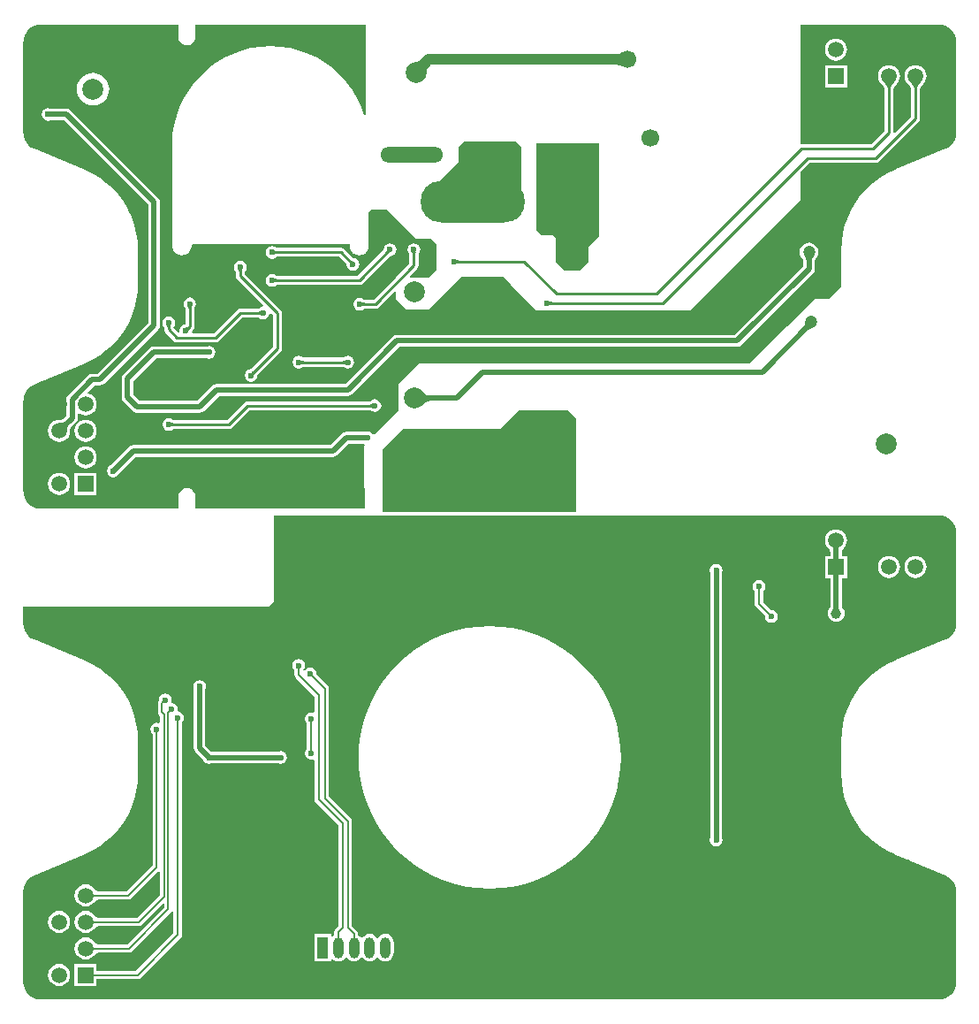
<source format=gbl>
G04 Layer_Physical_Order=2*
G04 Layer_Color=16711680*
%FSLAX44Y44*%
%MOMM*%
G71*
G01*
G75*
%ADD24C,0.5000*%
%ADD26C,0.2000*%
%ADD27C,1.0000*%
%ADD31C,0.2540*%
%ADD51C,1.5000*%
%ADD52R,1.5000X1.5000*%
%ADD53R,1.5000X1.5000*%
%ADD54O,1.0000X2.0000*%
%ADD55R,1.0000X2.0000*%
%ADD56C,0.6000*%
%ADD57C,0.6600*%
%ADD58C,1.0000*%
%ADD59C,2.0000*%
%ADD60O,10.0000X4.0000*%
%ADD61C,1.7000*%
%ADD62O,6.0000X1.5000*%
%ADD63O,3.0000X3.5000*%
%ADD64C,3.0000*%
%ADD65C,2.0000*%
%ADD66C,1.2000*%
G36*
X1454796Y770097D02*
X1457964Y769135D01*
X1460885Y767574D01*
X1463444Y765474D01*
X1465545Y762914D01*
X1467106Y759994D01*
X1468067Y756825D01*
X1468270Y754766D01*
X1468377Y753530D01*
X1468377Y753530D01*
X1468377Y752282D01*
Y668158D01*
X1468377Y668142D01*
X1468377Y666894D01*
X1468271Y665668D01*
X1468067Y663598D01*
X1467106Y660430D01*
X1465545Y657510D01*
X1463444Y654950D01*
X1460885Y652850D01*
X1458007Y651311D01*
X1457959Y651302D01*
X1410864Y631795D01*
X1409675Y631346D01*
Y631346D01*
X1402297Y627856D01*
X1395297Y623660D01*
X1388742Y618799D01*
X1382695Y613318D01*
X1377214Y607271D01*
X1372352Y600716D01*
X1368157Y593715D01*
X1364667Y586338D01*
X1361918Y578653D01*
X1359935Y570737D01*
X1358737Y562664D01*
X1358337Y554512D01*
X1358377D01*
X1358377Y554512D01*
Y522548D01*
X1358377Y522548D01*
X1358337D01*
X1358737Y514396D01*
X1359935Y506324D01*
X1361918Y498407D01*
X1364667Y490723D01*
X1368157Y483345D01*
X1372352Y476345D01*
X1377214Y469789D01*
X1382695Y463742D01*
X1388742Y458261D01*
X1395297Y453400D01*
X1402297Y449204D01*
X1409675Y445715D01*
X1409675Y445715D01*
X1410864Y445266D01*
X1457959Y425758D01*
X1458007Y425749D01*
X1460885Y424211D01*
X1463444Y422110D01*
X1465545Y419551D01*
X1467106Y416630D01*
X1468067Y413462D01*
X1468270Y411403D01*
X1468377Y410167D01*
X1468377Y410166D01*
X1468377Y408918D01*
Y324795D01*
X1468377Y324778D01*
X1468377Y323530D01*
X1468271Y322304D01*
X1468067Y320235D01*
X1467106Y317066D01*
X1465545Y314146D01*
X1463444Y311586D01*
X1460885Y309486D01*
X1457964Y307925D01*
X1454796Y306964D01*
X1451549Y306644D01*
X1451501Y306653D01*
X591500D01*
X591452Y306644D01*
X588205Y306964D01*
X585036Y307925D01*
X582116Y309486D01*
X579556Y311586D01*
X577456Y314146D01*
X575895Y317066D01*
X574934Y320235D01*
X574614Y323482D01*
X574623Y323530D01*
Y410167D01*
X574614Y410215D01*
X574934Y413462D01*
X575895Y416630D01*
X577456Y419551D01*
X579556Y422110D01*
X582116Y424211D01*
X584994Y425749D01*
X585042Y425758D01*
X632137Y445266D01*
X633325Y445715D01*
X633326Y445715D01*
Y445715D01*
X640703Y449204D01*
X647703Y453400D01*
X654258Y458261D01*
X660306Y463742D01*
X665786Y469789D01*
X670648Y476345D01*
X674844Y483345D01*
X678333Y490723D01*
X681083Y498407D01*
X683066Y506324D01*
X684263Y514396D01*
X684664Y522548D01*
X684624D01*
Y554512D01*
X684664D01*
X684263Y562664D01*
X683066Y570737D01*
X681083Y578653D01*
X678333Y586338D01*
X674844Y593715D01*
X670648Y600716D01*
X665786Y607271D01*
X660306Y613318D01*
X654258Y618799D01*
X647703Y623660D01*
X640703Y627856D01*
X633325Y631346D01*
X633326Y631346D01*
X632137Y631795D01*
X585042Y651302D01*
X584994Y651311D01*
X582116Y652850D01*
X579556Y654950D01*
X577456Y657510D01*
X575895Y660430D01*
X574934Y663598D01*
X574614Y666845D01*
X574623Y666894D01*
Y682527D01*
X809500D01*
X814500Y687527D01*
Y770407D01*
X1451501D01*
X1451549Y770416D01*
X1454796Y770097D01*
D02*
G37*
%LPC*%
G36*
X1238500Y723645D02*
X1236159Y723179D01*
X1234174Y721853D01*
X1232848Y719868D01*
X1232383Y717527D01*
X1232848Y715186D01*
X1232892Y715120D01*
Y461934D01*
X1232848Y461868D01*
X1232383Y459527D01*
X1232848Y457186D01*
X1234174Y455201D01*
X1236159Y453875D01*
X1238500Y453410D01*
X1240841Y453875D01*
X1242826Y455201D01*
X1244152Y457186D01*
X1244618Y459527D01*
X1244152Y461868D01*
X1244108Y461934D01*
Y715120D01*
X1244152Y715186D01*
X1244618Y717527D01*
X1244152Y719868D01*
X1242826Y721853D01*
X1240841Y723179D01*
X1238500Y723645D01*
D02*
G37*
G36*
X743500Y612645D02*
X741159Y612179D01*
X739174Y610853D01*
X737848Y608868D01*
X737383Y606527D01*
X737848Y604186D01*
X737892Y604120D01*
Y547613D01*
X738319Y545467D01*
X739535Y543648D01*
X746919Y536264D01*
X746934Y536186D01*
X748260Y534201D01*
X750245Y532875D01*
X752586Y532410D01*
X754927Y532875D01*
X754993Y532919D01*
X818759D01*
X818825Y532875D01*
X821166Y532410D01*
X823507Y532875D01*
X825492Y534201D01*
X826818Y536186D01*
X827284Y538527D01*
X826818Y540868D01*
X825492Y542853D01*
X823507Y544179D01*
X821166Y544645D01*
X818825Y544179D01*
X818759Y544135D01*
X754993D01*
X754927Y544179D01*
X754849Y544194D01*
X749108Y549936D01*
Y604120D01*
X749152Y604186D01*
X749618Y606527D01*
X749152Y608868D01*
X747826Y610853D01*
X745841Y612179D01*
X743500Y612645D01*
D02*
G37*
G36*
X1021500Y664213D02*
X1010546Y663735D01*
X999676Y662304D01*
X988971Y659931D01*
X978514Y656634D01*
X968384Y652438D01*
X958659Y647375D01*
X949411Y641484D01*
X940713Y634809D01*
X932629Y627402D01*
X925221Y619318D01*
X918547Y610619D01*
X912655Y601372D01*
X907593Y591646D01*
X903397Y581516D01*
X900100Y571059D01*
X897727Y560355D01*
X896295Y549484D01*
X895817Y538530D01*
X896295Y527576D01*
X897727Y516706D01*
X900100Y506001D01*
X903397Y495544D01*
X907593Y485414D01*
X912655Y475689D01*
X918547Y466441D01*
X925221Y457743D01*
X932629Y449659D01*
X940713Y442251D01*
X949411Y435577D01*
X958659Y429685D01*
X968384Y424622D01*
X978514Y420426D01*
X988971Y417130D01*
X999676Y414756D01*
X1010546Y413325D01*
X1021500Y412847D01*
X1032454Y413325D01*
X1043325Y414756D01*
X1054029Y417130D01*
X1064486Y420426D01*
X1074616Y424622D01*
X1084342Y429685D01*
X1093589Y435577D01*
X1102288Y442251D01*
X1110372Y449659D01*
X1117779Y457743D01*
X1124454Y466441D01*
X1130345Y475689D01*
X1135408Y485414D01*
X1139604Y495544D01*
X1142901Y506001D01*
X1145274Y516706D01*
X1146705Y527576D01*
X1147183Y538530D01*
X1146705Y549484D01*
X1145274Y560355D01*
X1142901Y571059D01*
X1139604Y581516D01*
X1135408Y591646D01*
X1130345Y601372D01*
X1124454Y610619D01*
X1117779Y619318D01*
X1110372Y627402D01*
X1102288Y634809D01*
X1093589Y641484D01*
X1084342Y647375D01*
X1074616Y652438D01*
X1064486Y656634D01*
X1054029Y659931D01*
X1043325Y662304D01*
X1032454Y663735D01*
X1021500Y664213D01*
D02*
G37*
G36*
X608880Y340828D02*
X606139Y340467D01*
X603585Y339409D01*
X601391Y337726D01*
X599708Y335532D01*
X598650Y332978D01*
X598289Y330237D01*
X598650Y327496D01*
X599708Y324942D01*
X601391Y322748D01*
X603585Y321065D01*
X606139Y320007D01*
X608880Y319646D01*
X611621Y320007D01*
X614175Y321065D01*
X616369Y322748D01*
X618052Y324942D01*
X619110Y327496D01*
X619471Y330237D01*
X619110Y332978D01*
X618052Y335532D01*
X616369Y337726D01*
X614175Y339409D01*
X611621Y340467D01*
X608880Y340828D01*
D02*
G37*
G36*
Y391628D02*
X606139Y391267D01*
X603585Y390209D01*
X601391Y388526D01*
X599708Y386332D01*
X598650Y383778D01*
X598289Y381037D01*
X598650Y378296D01*
X599708Y375742D01*
X601391Y373548D01*
X603585Y371865D01*
X606139Y370807D01*
X608880Y370446D01*
X611621Y370807D01*
X614175Y371865D01*
X616369Y373548D01*
X618052Y375742D01*
X619110Y378296D01*
X619471Y381037D01*
X619110Y383778D01*
X618052Y386332D01*
X616369Y388526D01*
X614175Y390209D01*
X611621Y391267D01*
X608880Y391628D01*
D02*
G37*
G36*
X1353354Y756880D02*
X1350613Y756519D01*
X1348059Y755461D01*
X1345865Y753778D01*
X1344182Y751584D01*
X1343124Y749030D01*
X1342764Y746289D01*
X1343124Y743548D01*
X1344182Y740994D01*
X1345865Y738800D01*
X1346037Y738669D01*
X1346340Y738351D01*
X1346667Y737957D01*
X1346944Y737567D01*
X1347176Y737179D01*
X1347367Y736793D01*
X1347520Y736404D01*
X1347638Y736007D01*
X1347723Y735597D01*
X1347746Y735405D01*
Y732263D01*
X1347717Y731932D01*
X1347636Y731440D01*
X1347622Y731389D01*
X1342854D01*
Y710389D01*
X1347618D01*
X1347637Y710319D01*
X1347718Y709833D01*
X1347746Y709507D01*
Y682853D01*
X1347728Y682617D01*
X1347693Y682391D01*
X1347649Y682191D01*
X1347609Y682055D01*
X1347589Y682001D01*
X1347554Y681960D01*
X1347476Y681817D01*
X1346512Y680562D01*
X1345706Y678615D01*
X1345431Y676527D01*
X1345706Y674439D01*
X1346512Y672493D01*
X1347794Y670821D01*
X1349466Y669539D01*
X1351412Y668733D01*
X1353500Y668458D01*
X1355589Y668733D01*
X1357535Y669539D01*
X1359206Y670821D01*
X1360488Y672493D01*
X1361294Y674439D01*
X1361569Y676527D01*
X1361294Y678615D01*
X1360488Y680562D01*
X1359206Y682233D01*
X1359114Y682303D01*
X1359103Y682315D01*
X1359099Y682325D01*
X1359062Y682439D01*
X1359019Y682618D01*
X1358984Y682823D01*
X1358962Y683085D01*
Y709507D01*
X1358991Y709833D01*
X1359072Y710319D01*
X1359091Y710389D01*
X1363854D01*
Y731389D01*
X1359086D01*
X1359072Y731440D01*
X1358991Y731932D01*
X1358962Y732263D01*
Y735405D01*
X1358985Y735597D01*
X1359070Y736007D01*
X1359189Y736404D01*
X1359341Y736793D01*
X1359532Y737180D01*
X1359764Y737567D01*
X1360041Y737957D01*
X1360368Y738351D01*
X1360672Y738669D01*
X1360843Y738800D01*
X1362526Y740994D01*
X1363584Y743548D01*
X1363945Y746289D01*
X1363584Y749030D01*
X1362526Y751584D01*
X1360843Y753778D01*
X1358649Y755461D01*
X1356095Y756519D01*
X1353354Y756880D01*
D02*
G37*
G36*
X1404154Y731480D02*
X1401413Y731119D01*
X1398859Y730061D01*
X1396665Y728378D01*
X1394982Y726184D01*
X1393924Y723630D01*
X1393564Y720889D01*
X1393924Y718148D01*
X1394982Y715594D01*
X1396665Y713400D01*
X1398859Y711717D01*
X1401413Y710659D01*
X1404154Y710298D01*
X1406895Y710659D01*
X1409449Y711717D01*
X1411643Y713400D01*
X1413326Y715594D01*
X1414384Y718148D01*
X1414745Y720889D01*
X1414384Y723630D01*
X1413326Y726184D01*
X1411643Y728378D01*
X1409449Y730061D01*
X1406895Y731119D01*
X1404154Y731480D01*
D02*
G37*
G36*
X1429554D02*
X1426813Y731119D01*
X1424259Y730061D01*
X1422065Y728378D01*
X1420382Y726184D01*
X1419324Y723630D01*
X1418963Y720889D01*
X1419324Y718148D01*
X1420382Y715594D01*
X1422065Y713400D01*
X1424259Y711717D01*
X1426813Y710659D01*
X1429554Y710298D01*
X1432295Y710659D01*
X1434849Y711717D01*
X1437043Y713400D01*
X1438726Y715594D01*
X1439784Y718148D01*
X1440145Y720889D01*
X1439784Y723630D01*
X1438726Y726184D01*
X1437043Y728378D01*
X1434849Y730061D01*
X1432295Y731119D01*
X1429554Y731480D01*
D02*
G37*
G36*
X710500Y599645D02*
X708159Y599179D01*
X706174Y597853D01*
X704848Y595868D01*
X704383Y593527D01*
X704454Y593168D01*
X703732Y592088D01*
X703422Y590527D01*
X703422Y590527D01*
Y581870D01*
X703422Y581870D01*
X703732Y580309D01*
X704616Y578986D01*
X705422Y578181D01*
Y572202D01*
X704152Y571316D01*
X702500Y571645D01*
X700159Y571179D01*
X698174Y569853D01*
X696848Y567868D01*
X696383Y565527D01*
X696848Y563186D01*
X698174Y561201D01*
X698374Y561068D01*
X698399Y561033D01*
X698416Y561005D01*
X698422Y560993D01*
Y435216D01*
X673721Y410515D01*
X646169D01*
X646071Y410539D01*
X645821Y410632D01*
X645465Y410807D01*
X645020Y411073D01*
X644499Y411433D01*
X643936Y411871D01*
X642547Y413110D01*
X641915Y413735D01*
X641769Y413926D01*
X639575Y415609D01*
X637021Y416667D01*
X634280Y417028D01*
X631539Y416667D01*
X628985Y415609D01*
X626791Y413926D01*
X625108Y411732D01*
X624050Y409178D01*
X623689Y406437D01*
X624050Y403696D01*
X625108Y401142D01*
X626791Y398948D01*
X628985Y397265D01*
X631539Y396207D01*
X634280Y395846D01*
X637021Y396207D01*
X639575Y397265D01*
X641769Y398948D01*
X641915Y399139D01*
X642547Y399765D01*
X643936Y401003D01*
X644499Y401441D01*
X645020Y401801D01*
X645465Y402067D01*
X645821Y402242D01*
X646071Y402335D01*
X646169Y402359D01*
X675410D01*
X675410Y402359D01*
X676971Y402669D01*
X678294Y403553D01*
X704152Y429411D01*
X705422Y428885D01*
Y407216D01*
X683321Y385115D01*
X646169D01*
X646071Y385139D01*
X645821Y385232D01*
X645465Y385407D01*
X645020Y385673D01*
X644499Y386034D01*
X643936Y386471D01*
X642547Y387710D01*
X641915Y388335D01*
X641769Y388526D01*
X639575Y390209D01*
X637021Y391267D01*
X634280Y391628D01*
X631539Y391267D01*
X628985Y390209D01*
X626791Y388526D01*
X625108Y386332D01*
X624050Y383778D01*
X623689Y381037D01*
X624050Y378296D01*
X625108Y375742D01*
X626791Y373548D01*
X628985Y371865D01*
X631539Y370807D01*
X634280Y370446D01*
X637021Y370807D01*
X639575Y371865D01*
X641769Y373548D01*
X641915Y373739D01*
X642547Y374365D01*
X643936Y375603D01*
X644499Y376041D01*
X645020Y376401D01*
X645465Y376667D01*
X645821Y376842D01*
X646071Y376935D01*
X646169Y376959D01*
X685010D01*
X685010Y376959D01*
X686571Y377269D01*
X687894Y378153D01*
X708248Y398508D01*
X709422Y398022D01*
Y395216D01*
X673921Y359715D01*
X646169D01*
X646071Y359739D01*
X645821Y359832D01*
X645465Y360007D01*
X645020Y360273D01*
X644499Y360634D01*
X643936Y361071D01*
X642547Y362309D01*
X641915Y362935D01*
X641769Y363126D01*
X639575Y364809D01*
X637021Y365867D01*
X634280Y366228D01*
X631539Y365867D01*
X628985Y364809D01*
X626791Y363126D01*
X625108Y360932D01*
X624050Y358378D01*
X623689Y355637D01*
X624050Y352896D01*
X625108Y350342D01*
X626791Y348148D01*
X628985Y346465D01*
X631539Y345407D01*
X634280Y345046D01*
X637021Y345407D01*
X639575Y346465D01*
X641769Y348148D01*
X641915Y348339D01*
X642547Y348965D01*
X643936Y350203D01*
X644499Y350641D01*
X645020Y351001D01*
X645465Y351267D01*
X645821Y351442D01*
X646071Y351535D01*
X646169Y351559D01*
X675610D01*
X675610Y351559D01*
X677171Y351869D01*
X678494Y352753D01*
X716384Y390643D01*
X716384Y390643D01*
X717152Y391792D01*
X717856Y391770D01*
X718422Y391581D01*
Y370216D01*
X682521Y334315D01*
X644780D01*
Y340737D01*
X623780D01*
Y319737D01*
X644780D01*
Y326159D01*
X684210D01*
X684210Y326159D01*
X685771Y326469D01*
X687094Y327353D01*
X725384Y365643D01*
X725384Y365643D01*
X726268Y366966D01*
X726579Y368527D01*
X726579Y368527D01*
Y571993D01*
X726584Y572005D01*
X726602Y572033D01*
X726626Y572068D01*
X726826Y572201D01*
X728152Y574186D01*
X728618Y576527D01*
X728152Y578868D01*
X726826Y580853D01*
X724841Y582179D01*
X722500Y582645D01*
X722286Y582859D01*
X722618Y584527D01*
X722152Y586868D01*
X720826Y588853D01*
X718841Y590179D01*
X717213Y590503D01*
X716440Y591001D01*
X716291Y591883D01*
X716618Y593527D01*
X716152Y595868D01*
X714826Y597853D01*
X712841Y599179D01*
X710500Y599645D01*
D02*
G37*
G36*
X838500Y632645D02*
X836159Y632179D01*
X834174Y630853D01*
X832848Y628868D01*
X832383Y626527D01*
X832848Y624186D01*
X834174Y622201D01*
X834374Y622068D01*
X834399Y622033D01*
X834416Y622005D01*
X834422Y621993D01*
Y617527D01*
X834422Y617527D01*
X834732Y615966D01*
X835616Y614643D01*
X853422Y596838D01*
Y582202D01*
X852152Y581316D01*
X850500Y581645D01*
X848159Y581179D01*
X846174Y579853D01*
X844848Y577868D01*
X844383Y575527D01*
X844848Y573186D01*
X846174Y571201D01*
X846374Y571068D01*
X846399Y571033D01*
X846416Y571005D01*
X846422Y570993D01*
Y547061D01*
X846416Y547049D01*
X846399Y547021D01*
X846374Y546986D01*
X846174Y546853D01*
X844848Y544868D01*
X844383Y542527D01*
X844848Y540186D01*
X846174Y538201D01*
X848159Y536875D01*
X850500Y536409D01*
X852152Y536738D01*
X853422Y535852D01*
Y498527D01*
X853422Y498527D01*
X853732Y496966D01*
X854616Y495643D01*
X876422Y473838D01*
Y377216D01*
X873616Y374411D01*
X872732Y373088D01*
X872422Y371527D01*
X872422Y371527D01*
Y368481D01*
X870795Y367233D01*
X870770Y367201D01*
X869500Y367632D01*
Y369527D01*
X853500D01*
Y343527D01*
X869500D01*
Y345422D01*
X870770Y345853D01*
X870795Y345821D01*
X872466Y344539D01*
X874412Y343733D01*
X876500Y343458D01*
X878588Y343733D01*
X880535Y344539D01*
X882206Y345821D01*
X883260Y347196D01*
X883735Y347308D01*
X884265D01*
X884740Y347196D01*
X885795Y345821D01*
X887466Y344539D01*
X889412Y343733D01*
X891500Y343458D01*
X893588Y343733D01*
X895535Y344539D01*
X897206Y345821D01*
X898260Y347196D01*
X898735Y347308D01*
X899265D01*
X899740Y347196D01*
X900795Y345821D01*
X902466Y344539D01*
X904412Y343733D01*
X906500Y343458D01*
X908589Y343733D01*
X910535Y344539D01*
X912206Y345821D01*
X913260Y347196D01*
X913735Y347308D01*
X914265D01*
X914740Y347196D01*
X915795Y345821D01*
X917466Y344539D01*
X919412Y343733D01*
X921500Y343458D01*
X923589Y343733D01*
X925535Y344539D01*
X927206Y345821D01*
X928488Y347492D01*
X929294Y349439D01*
X929569Y351527D01*
Y361527D01*
X929294Y363615D01*
X928488Y365561D01*
X927206Y367233D01*
X925535Y368515D01*
X923589Y369321D01*
X921500Y369596D01*
X919412Y369321D01*
X917466Y368515D01*
X915795Y367233D01*
X914740Y365858D01*
X914265Y365746D01*
X913735D01*
X913260Y365858D01*
X912206Y367233D01*
X910535Y368515D01*
X908589Y369321D01*
X906500Y369596D01*
X904412Y369321D01*
X902466Y368515D01*
X900795Y367233D01*
X899740Y365858D01*
X899265Y365746D01*
X898735D01*
X898260Y365858D01*
X897206Y367233D01*
X895579Y368481D01*
Y369527D01*
X895579Y369527D01*
X895268Y371088D01*
X894384Y372411D01*
X889578Y377216D01*
Y477527D01*
X889268Y479088D01*
X888384Y480411D01*
X888384Y480411D01*
X867579Y501216D01*
Y604527D01*
X867579Y604527D01*
X867268Y606088D01*
X866384Y607411D01*
X866384Y607411D01*
X855590Y618205D01*
X855586Y618217D01*
X855578Y618250D01*
X855571Y618291D01*
X855618Y618527D01*
X855152Y620868D01*
X853826Y622853D01*
X851841Y624179D01*
X849500Y624645D01*
X847159Y624179D01*
X845174Y622853D01*
X844277Y621510D01*
X843993Y621460D01*
X842899Y621734D01*
X842826Y622201D01*
X844152Y624186D01*
X844618Y626527D01*
X844152Y628868D01*
X842826Y630853D01*
X840841Y632179D01*
X838500Y632645D01*
D02*
G37*
G36*
X1279500Y708645D02*
X1277159Y708179D01*
X1275174Y706853D01*
X1273848Y704868D01*
X1273383Y702527D01*
X1273848Y700186D01*
X1275174Y698201D01*
X1275374Y698068D01*
X1275399Y698033D01*
X1275416Y698005D01*
X1275422Y697993D01*
Y685527D01*
X1275422Y685527D01*
X1275732Y683966D01*
X1276616Y682643D01*
X1285410Y673849D01*
X1285414Y673837D01*
X1285423Y673804D01*
X1285430Y673763D01*
X1285383Y673527D01*
X1285848Y671186D01*
X1287174Y669201D01*
X1289159Y667875D01*
X1291500Y667410D01*
X1293841Y667875D01*
X1295826Y669201D01*
X1297152Y671186D01*
X1297618Y673527D01*
X1297152Y675868D01*
X1295826Y677853D01*
X1293841Y679179D01*
X1291500Y679645D01*
X1291264Y679598D01*
X1291223Y679605D01*
X1291190Y679613D01*
X1291178Y679617D01*
X1283578Y687216D01*
Y697993D01*
X1283584Y698005D01*
X1283602Y698033D01*
X1283626Y698068D01*
X1283826Y698201D01*
X1285152Y700186D01*
X1285618Y702527D01*
X1285152Y704868D01*
X1283826Y706853D01*
X1281841Y708179D01*
X1279500Y708645D01*
D02*
G37*
%LPD*%
G36*
X1126520Y1071355D02*
Y1037355D01*
X1120520Y1031355D01*
X1116520Y1027355D01*
Y1025355D01*
Y1013355D01*
X1111520Y1008355D01*
X1107520Y1004355D01*
X1093520D01*
X1090520Y1007355D01*
X1084520Y1013355D01*
Y1028355D01*
Y1036355D01*
X1082520Y1038355D01*
X1071520D01*
X1066520Y1043355D01*
Y1093355D01*
Y1126355D01*
X1126520D01*
Y1071355D01*
D02*
G37*
G36*
X1078833Y975297D02*
X1079018Y975156D01*
X1079218Y975031D01*
X1079433Y974923D01*
X1079663Y974832D01*
X1079908Y974758D01*
X1080168Y974699D01*
X1080443Y974658D01*
X1080733Y974633D01*
X1081038Y974625D01*
Y972085D01*
X1080733Y972076D01*
X1080443Y972051D01*
X1080168Y972010D01*
X1079908Y971952D01*
X1079663Y971877D01*
X1079433Y971786D01*
X1079218Y971678D01*
X1079018Y971553D01*
X1078833Y971412D01*
X1078662Y971255D01*
Y975455D01*
X1078833Y975297D01*
D02*
G37*
G36*
X950802Y1022372D02*
X950661Y1022187D01*
X950537Y1021987D01*
X950429Y1021772D01*
X950338Y1021542D01*
X950263Y1021297D01*
X950205Y1021037D01*
X950163Y1020762D01*
X950138Y1020472D01*
X950130Y1020167D01*
X947590D01*
X947582Y1020472D01*
X947557Y1020762D01*
X947515Y1021037D01*
X947457Y1021297D01*
X947383Y1021542D01*
X947291Y1021772D01*
X947183Y1021987D01*
X947059Y1022187D01*
X946918Y1022372D01*
X946760Y1022542D01*
X950960D01*
X950802Y1022372D01*
D02*
G37*
G36*
X989833Y1015297D02*
X990018Y1015156D01*
X990218Y1015031D01*
X990433Y1014923D01*
X990663Y1014832D01*
X990908Y1014758D01*
X991168Y1014699D01*
X991443Y1014658D01*
X991733Y1014633D01*
X992038Y1014625D01*
Y1012085D01*
X991733Y1012076D01*
X991443Y1012051D01*
X991168Y1012010D01*
X990908Y1011952D01*
X990663Y1011877D01*
X990433Y1011786D01*
X990218Y1011678D01*
X990018Y1011553D01*
X989833Y1011412D01*
X989662Y1011255D01*
Y1015455D01*
X989833Y1015297D01*
D02*
G37*
G36*
X957043Y888574D02*
X958785Y887134D01*
X959647Y886549D01*
X960504Y886054D01*
X961356Y885649D01*
X962201Y885334D01*
X963041Y885109D01*
X963876Y884974D01*
X964705Y884929D01*
Y879929D01*
X963876Y879884D01*
X963041Y879749D01*
X962201Y879524D01*
X961356Y879209D01*
X960504Y878804D01*
X959647Y878309D01*
X958785Y877724D01*
X957917Y877049D01*
X957043Y876284D01*
X956163Y875429D01*
Y889429D01*
X957043Y888574D01*
D02*
G37*
G36*
X1099020Y868355D02*
X1104020Y863355D01*
Y850855D01*
Y773607D01*
X919020D01*
Y825855D01*
Y833355D01*
X926520Y840855D01*
X939020Y853355D01*
X1031520D01*
X1044020Y865855D01*
X1049020Y870855D01*
X1096520D01*
X1099020Y868355D01*
D02*
G37*
G36*
X899357Y974557D02*
X899542Y974416D01*
X899742Y974291D01*
X899957Y974184D01*
X900187Y974092D01*
X900432Y974017D01*
X900692Y973959D01*
X900967Y973918D01*
X901257Y973893D01*
X901562Y973885D01*
Y971345D01*
X901257Y971336D01*
X900967Y971311D01*
X900692Y971270D01*
X900432Y971212D01*
X900187Y971137D01*
X899957Y971046D01*
X899742Y970938D01*
X899542Y970814D01*
X899357Y970672D01*
X899186Y970515D01*
Y974715D01*
X899357Y974557D01*
D02*
G37*
G36*
X1330168Y949390D02*
X1329703Y949320D01*
X1329242Y949211D01*
X1328783Y949064D01*
X1328327Y948879D01*
X1327875Y948655D01*
X1327425Y948392D01*
X1326979Y948091D01*
X1326535Y947751D01*
X1326094Y947373D01*
X1325657Y946956D01*
X1321658Y950028D01*
X1322076Y950472D01*
X1322443Y950919D01*
X1322760Y951368D01*
X1323026Y951820D01*
X1323243Y952275D01*
X1323409Y952732D01*
X1323524Y953192D01*
X1323590Y953655D01*
X1323605Y954120D01*
X1323569Y954588D01*
X1330168Y949390D01*
D02*
G37*
G36*
X1051520Y1123355D02*
Y1108355D01*
Y1058355D01*
X1046520Y1053355D01*
X971520D01*
X966520Y1058355D01*
Y1063355D01*
Y1083355D01*
X976520Y1093355D01*
X991520Y1108355D01*
Y1123355D01*
X996520Y1128355D01*
X1046520D01*
X1051520Y1123355D01*
D02*
G37*
G36*
X1434097Y1184605D02*
X1432823Y1183146D01*
X1432306Y1182454D01*
X1431868Y1181788D01*
X1431510Y1181147D01*
X1431231Y1180532D01*
X1431032Y1179941D01*
X1430913Y1179377D01*
X1430873Y1178837D01*
X1428333D01*
X1428293Y1179377D01*
X1428174Y1179941D01*
X1427975Y1180532D01*
X1427696Y1181147D01*
X1427338Y1181788D01*
X1426900Y1182454D01*
X1426383Y1183146D01*
X1425109Y1184605D01*
X1424353Y1185373D01*
X1434853D01*
X1434097Y1184605D01*
D02*
G37*
G36*
X1408697D02*
X1407423Y1183146D01*
X1406906Y1182454D01*
X1406468Y1181788D01*
X1406110Y1181147D01*
X1405831Y1180532D01*
X1405632Y1179941D01*
X1405513Y1179377D01*
X1405473Y1178837D01*
X1402933D01*
X1402893Y1179377D01*
X1402774Y1179941D01*
X1402575Y1180532D01*
X1402296Y1181147D01*
X1401938Y1181788D01*
X1401500Y1182454D01*
X1400983Y1183146D01*
X1399709Y1184605D01*
X1398953Y1185373D01*
X1409453D01*
X1408697Y1184605D01*
D02*
G37*
G36*
X1147104Y1200669D02*
X1146877Y1200849D01*
X1146570Y1201011D01*
X1146181Y1201153D01*
X1145712Y1201277D01*
X1145162Y1201381D01*
X1144532Y1201467D01*
X1143028Y1201581D01*
X1141200Y1201619D01*
Y1211619D01*
X1142154Y1211628D01*
X1145162Y1211856D01*
X1145712Y1211961D01*
X1146181Y1212084D01*
X1146570Y1212227D01*
X1146877Y1212388D01*
X1147104Y1212569D01*
Y1200669D01*
D02*
G37*
G36*
X964540Y1201188D02*
X963793Y1200413D01*
X962538Y1198931D01*
X962029Y1198224D01*
X961599Y1197540D01*
X961248Y1196878D01*
X960977Y1196239D01*
X960785Y1195622D01*
X960672Y1195028D01*
X960638Y1194457D01*
X950738Y1204356D01*
X951310Y1204390D01*
X951904Y1204503D01*
X952520Y1204696D01*
X953159Y1204967D01*
X953821Y1205318D01*
X954505Y1205748D01*
X955212Y1206257D01*
X955942Y1206845D01*
X957469Y1208259D01*
X964540Y1201188D01*
D02*
G37*
G36*
X1454796Y1239996D02*
X1457964Y1239035D01*
X1460885Y1237475D01*
X1463444Y1235374D01*
X1465545Y1232814D01*
X1467106Y1229894D01*
X1468067Y1226725D01*
X1468270Y1224667D01*
X1468377Y1223430D01*
X1468377Y1223430D01*
X1468377Y1222182D01*
Y1138056D01*
X1468377Y1138046D01*
X1468377Y1136794D01*
X1468271Y1135568D01*
X1468067Y1133499D01*
X1467106Y1130330D01*
X1465545Y1127410D01*
X1463444Y1124850D01*
X1460885Y1122749D01*
X1458007Y1121211D01*
X1457959Y1121202D01*
X1410864Y1101694D01*
X1409675Y1101246D01*
Y1101246D01*
X1402297Y1097756D01*
X1395297Y1093560D01*
X1388742Y1088699D01*
X1382695Y1083218D01*
X1377214Y1077171D01*
X1372352Y1070616D01*
X1368157Y1063615D01*
X1364667Y1056238D01*
X1363143Y1051977D01*
X1362631Y1051466D01*
Y1050546D01*
X1361918Y1048553D01*
X1359935Y1040637D01*
X1358737Y1032564D01*
X1358337Y1024412D01*
X1358377D01*
X1358377Y1024412D01*
Y1014070D01*
Y992448D01*
X1358377Y992448D01*
X1358337D01*
X1358490Y989325D01*
X1355520Y986355D01*
X1346520Y977355D01*
X1332520D01*
X1306520Y951355D01*
X1270520Y915355D01*
X953520D01*
X946520Y908355D01*
X934520Y896355D01*
Y894355D01*
Y870705D01*
X934310Y870564D01*
X911375Y847629D01*
X909745Y847795D01*
X908990Y848924D01*
X907005Y850251D01*
X904664Y850716D01*
X902323Y850251D01*
X902257Y850206D01*
X883764D01*
X881618Y849780D01*
X879799Y848564D01*
X868741Y837506D01*
X832141D01*
X832075Y837551D01*
X829734Y838016D01*
X827393Y837551D01*
X827327Y837506D01*
X679874D01*
X677728Y837080D01*
X675909Y835864D01*
X658561Y818516D01*
X658483Y818501D01*
X656498Y817174D01*
X655172Y815190D01*
X654707Y812849D01*
X655172Y810508D01*
X656498Y808523D01*
X658483Y807197D01*
X660824Y806731D01*
X663165Y807197D01*
X665150Y808523D01*
X666476Y810508D01*
X666491Y810585D01*
X682197Y826291D01*
X827327D01*
X827393Y826247D01*
X829734Y825781D01*
X832075Y826247D01*
X832141Y826291D01*
X871064D01*
X873210Y826718D01*
X875029Y827933D01*
X886087Y838991D01*
X900941D01*
X901188Y838728D01*
X901581Y837721D01*
X901133Y837051D01*
X900895Y835855D01*
Y798355D01*
X901133Y797159D01*
X901520Y796579D01*
Y776553D01*
X739624D01*
Y788430D01*
X739624Y788430D01*
X739633D01*
X739356Y790535D01*
X738544Y792497D01*
X737251Y794181D01*
X735567Y795473D01*
X733605Y796286D01*
X731500Y796563D01*
X729395Y796286D01*
X727434Y795473D01*
X725749Y794181D01*
X724457Y792497D01*
X723644Y790535D01*
X723367Y788430D01*
X723377D01*
Y776553D01*
X591500D01*
X591452Y776544D01*
X588205Y776864D01*
X585036Y777825D01*
X582116Y779386D01*
X579556Y781486D01*
X577456Y784046D01*
X575895Y786966D01*
X574934Y790135D01*
X574731Y792194D01*
X574624Y793430D01*
X574624Y793430D01*
X574623Y794678D01*
Y878802D01*
X574623Y878819D01*
X574624Y880067D01*
X574730Y881292D01*
X574934Y883362D01*
X575895Y886530D01*
X577456Y889451D01*
X579556Y892010D01*
X582116Y894111D01*
X584994Y895649D01*
X585042Y895658D01*
X592009Y898544D01*
X592710D01*
X593206Y899040D01*
X632137Y915166D01*
X633326Y915615D01*
X633326Y915615D01*
Y915615D01*
X640703Y919104D01*
X647703Y923300D01*
X654258Y928161D01*
X660306Y933642D01*
X665787Y939689D01*
X670648Y946245D01*
X674844Y953245D01*
X678333Y960622D01*
X681083Y968307D01*
X683066Y976224D01*
X684263Y984296D01*
X684664Y992448D01*
X684624D01*
X684624Y992448D01*
Y1024412D01*
X684624Y1024412D01*
X684664D01*
X684263Y1032564D01*
X683066Y1040637D01*
X681083Y1048553D01*
X678333Y1056238D01*
X675411Y1062418D01*
Y1063464D01*
X674222Y1064652D01*
X670648Y1070616D01*
X665787Y1077171D01*
X660306Y1083218D01*
X654258Y1088699D01*
X647703Y1093560D01*
X641740Y1097135D01*
X641412Y1097463D01*
X641192D01*
X640703Y1097756D01*
X633326Y1101246D01*
X633326Y1101246D01*
X632137Y1101694D01*
X585042Y1121202D01*
X584993Y1121211D01*
X582116Y1122749D01*
X579556Y1124850D01*
X577456Y1127410D01*
X575895Y1130330D01*
X574934Y1133499D01*
X574731Y1135560D01*
X574624Y1136794D01*
X574624Y1136794D01*
X574623Y1138046D01*
Y1222166D01*
X574623Y1222182D01*
X574624Y1223430D01*
X574730Y1224656D01*
X574934Y1226725D01*
X575895Y1229894D01*
X577456Y1232814D01*
X579556Y1235374D01*
X582116Y1237475D01*
X585036Y1239035D01*
X588205Y1239996D01*
X591452Y1240316D01*
X591500Y1240307D01*
X723377D01*
Y1228430D01*
X723367D01*
X723644Y1226325D01*
X724457Y1224364D01*
X725749Y1222679D01*
X727434Y1221387D01*
X729395Y1220574D01*
X731500Y1220297D01*
X733605Y1220574D01*
X735567Y1221387D01*
X737251Y1222679D01*
X738544Y1224364D01*
X739356Y1226325D01*
X739633Y1228430D01*
X739624D01*
X739624Y1228430D01*
Y1240307D01*
X902520D01*
Y1154027D01*
X901250Y1153807D01*
X898508Y1161470D01*
X894557Y1169825D01*
X889806Y1177752D01*
X884300Y1185175D01*
X878093Y1192023D01*
X871245Y1198230D01*
X863822Y1203736D01*
X855895Y1208487D01*
X847540Y1212438D01*
X838838Y1215552D01*
X829873Y1217798D01*
X820731Y1219154D01*
X811500Y1219607D01*
X802269Y1219154D01*
X793127Y1217798D01*
X784162Y1215552D01*
X775460Y1212438D01*
X767105Y1208487D01*
X759178Y1203736D01*
X751755Y1198230D01*
X744907Y1192023D01*
X738700Y1185175D01*
X733195Y1177752D01*
X728444Y1169825D01*
X724492Y1161470D01*
X721378Y1152768D01*
X719133Y1143803D01*
X717777Y1134661D01*
X717323Y1125430D01*
X717329D01*
X717332Y1125427D01*
X717377Y1085648D01*
Y1028696D01*
X717324Y1028430D01*
X717383Y1028135D01*
Y1027833D01*
X717543Y1027025D01*
X717670Y1026064D01*
X717794Y1025764D01*
X717848Y1025492D01*
X718305Y1024390D01*
X718459Y1024159D01*
X718583Y1023859D01*
X719173Y1023091D01*
X719631Y1022405D01*
X719923Y1022113D01*
X720036Y1021966D01*
X720183Y1021853D01*
X720475Y1021561D01*
X721161Y1021103D01*
X721929Y1020513D01*
X722229Y1020389D01*
X722460Y1020235D01*
X723562Y1019778D01*
X723834Y1019724D01*
X724134Y1019600D01*
X725094Y1019473D01*
X725903Y1019313D01*
X726317D01*
X726500Y1019288D01*
X726684Y1019313D01*
X727097D01*
X727906Y1019473D01*
X728866Y1019600D01*
X729166Y1019724D01*
X729438Y1019778D01*
X730541Y1020235D01*
X730771Y1020389D01*
X731071Y1020513D01*
X731840Y1021103D01*
X732525Y1021561D01*
X732817Y1021853D01*
X732964Y1021966D01*
X733077Y1022113D01*
X733369Y1022405D01*
X733827Y1023091D01*
X734417Y1023859D01*
X734541Y1024159D01*
X734695Y1024390D01*
X735152Y1025492D01*
X735206Y1025764D01*
X735330Y1026064D01*
X735457Y1027025D01*
X735618Y1027833D01*
Y1028194D01*
X735674Y1028550D01*
X735655Y1029037D01*
X736700Y1030307D01*
X887377D01*
Y1028696D01*
X887324Y1028430D01*
X887383Y1028135D01*
Y1027833D01*
X887543Y1027025D01*
X887670Y1026064D01*
X887794Y1025764D01*
X887848Y1025492D01*
X888305Y1024390D01*
X888459Y1024159D01*
X888583Y1023859D01*
X889173Y1023091D01*
X889631Y1022405D01*
X889923Y1022113D01*
X890036Y1021966D01*
X890183Y1021853D01*
X890475Y1021561D01*
X891161Y1021103D01*
X891929Y1020513D01*
X892229Y1020389D01*
X892460Y1020235D01*
X893562Y1019778D01*
X893834Y1019724D01*
X894134Y1019600D01*
X895095Y1019473D01*
X895903Y1019313D01*
X896317D01*
X896500Y1019288D01*
X896684Y1019313D01*
X897097D01*
X897906Y1019473D01*
X898866Y1019600D01*
X899166Y1019724D01*
X899438Y1019778D01*
X900541Y1020235D01*
X900771Y1020389D01*
X901071Y1020513D01*
X901840Y1021103D01*
X902525Y1021561D01*
X902818Y1021853D01*
X902964Y1021966D01*
X903077Y1022113D01*
X903369Y1022405D01*
X903827Y1023091D01*
X904410Y1023850D01*
D01*
X904417Y1023859D01*
X904541Y1024159D01*
X904695Y1024390D01*
X905152Y1025492D01*
X905206Y1025764D01*
X905330Y1026064D01*
X905440Y1026893D01*
X905457Y1027025D01*
X905618Y1027833D01*
Y1028137D01*
D01*
X905676Y1028434D01*
X905658Y1043726D01*
D01*
X905657Y1044896D01*
X905656Y1045026D01*
X905639Y1059575D01*
Y1060203D01*
X908220Y1062785D01*
X923460D01*
X931080Y1055165D01*
X951400Y1034845D01*
X965370D01*
X970450Y1029765D01*
Y1014525D01*
Y1005635D01*
X962830Y998015D01*
X945246D01*
X944760Y999188D01*
X951939Y1006366D01*
X952882Y1007779D01*
X953214Y1009445D01*
Y1020401D01*
X954512Y1022344D01*
X954978Y1024685D01*
X954512Y1027026D01*
X953186Y1029010D01*
X951201Y1030337D01*
X948860Y1030802D01*
X946519Y1030337D01*
X944534Y1029010D01*
X943208Y1027026D01*
X942743Y1024685D01*
X943208Y1022344D01*
X944507Y1020401D01*
Y1011248D01*
X931273Y998015D01*
X910227Y976968D01*
X901328D01*
X899385Y978267D01*
X897044Y978732D01*
X894703Y978267D01*
X892718Y976940D01*
X891392Y974956D01*
X890927Y972615D01*
X891392Y970274D01*
X892718Y968289D01*
X894703Y966963D01*
X897044Y966497D01*
X899385Y966963D01*
X901328Y968261D01*
X912030D01*
X913696Y968592D01*
X915109Y969536D01*
X930347Y984774D01*
X931520Y984288D01*
Y977355D01*
X941520Y967355D01*
X963520D01*
X967520Y971355D01*
X994520Y998355D01*
X1034520D01*
X1041520Y991355D01*
X1066520Y966355D01*
X1213520D01*
X1279520Y1032355D01*
X1302520Y1055354D01*
X1302520Y1055355D01*
X1319520Y1072355D01*
Y1099198D01*
X1328324Y1108001D01*
X1391520D01*
X1393186Y1108333D01*
X1394599Y1109276D01*
X1432682Y1147359D01*
X1433625Y1148772D01*
X1433957Y1150438D01*
Y1178986D01*
X1433988Y1179134D01*
X1434081Y1179410D01*
X1434243Y1179768D01*
X1434485Y1180200D01*
X1434811Y1180697D01*
X1435204Y1181221D01*
X1436340Y1182524D01*
X1436904Y1183096D01*
X1437092Y1183240D01*
X1438775Y1185433D01*
X1439833Y1187988D01*
X1440194Y1190729D01*
X1439833Y1193470D01*
X1438775Y1196024D01*
X1437092Y1198217D01*
X1434898Y1199900D01*
X1432344Y1200958D01*
X1429603Y1201319D01*
X1426862Y1200958D01*
X1424308Y1199900D01*
X1422114Y1198217D01*
X1420431Y1196024D01*
X1419373Y1193470D01*
X1419012Y1190729D01*
X1419373Y1187988D01*
X1420431Y1185433D01*
X1422114Y1183240D01*
X1422302Y1183096D01*
X1422866Y1182524D01*
X1424003Y1181221D01*
X1424395Y1180696D01*
X1424722Y1180200D01*
X1424963Y1179768D01*
X1425125Y1179410D01*
X1425218Y1179134D01*
X1425249Y1178986D01*
Y1152241D01*
X1409802Y1136793D01*
X1409296Y1136892D01*
X1408557Y1137344D01*
Y1178986D01*
X1408588Y1179134D01*
X1408681Y1179410D01*
X1408843Y1179768D01*
X1409084Y1180200D01*
X1409411Y1180697D01*
X1409803Y1181221D01*
X1410941Y1182524D01*
X1411504Y1183096D01*
X1411692Y1183240D01*
X1413375Y1185433D01*
X1414433Y1187988D01*
X1414794Y1190729D01*
X1414433Y1193470D01*
X1413375Y1196024D01*
X1411692Y1198217D01*
X1409498Y1199900D01*
X1406944Y1200958D01*
X1404203Y1201319D01*
X1401462Y1200958D01*
X1398908Y1199900D01*
X1396714Y1198217D01*
X1395031Y1196024D01*
X1393973Y1193470D01*
X1393613Y1190729D01*
X1393973Y1187988D01*
X1395031Y1185433D01*
X1396714Y1183240D01*
X1396902Y1183096D01*
X1397466Y1182524D01*
X1398603Y1181221D01*
X1398995Y1180696D01*
X1399322Y1180200D01*
X1399563Y1179768D01*
X1399725Y1179410D01*
X1399818Y1179134D01*
X1399850Y1178986D01*
Y1138841D01*
X1386717Y1125708D01*
X1320520D01*
X1320502Y1125705D01*
X1319520Y1126510D01*
Y1130355D01*
Y1227569D01*
X1319633Y1228430D01*
X1319624D01*
Y1240307D01*
X1451501D01*
X1451549Y1240316D01*
X1454796Y1239996D01*
D02*
G37*
%LPC*%
G36*
X1327520Y1031432D02*
X1325171Y1031123D01*
X1322981Y1030216D01*
X1321101Y1028774D01*
X1319659Y1026893D01*
X1318752Y1024704D01*
X1318442Y1022355D01*
X1318752Y1020005D01*
X1319659Y1017816D01*
X1321101Y1015936D01*
X1321193Y1015865D01*
X1321304Y1015745D01*
X1321419Y1015596D01*
X1321525Y1015429D01*
X1321622Y1015237D01*
X1321712Y1015015D01*
X1321793Y1014756D01*
X1321861Y1014457D01*
X1321912Y1014126D01*
Y1008678D01*
X1311590Y998355D01*
X1290589Y977355D01*
X1256197Y942962D01*
X932520D01*
X930374Y942536D01*
X928555Y941320D01*
X883197Y895962D01*
X759520D01*
X757374Y895536D01*
X755555Y894320D01*
X741197Y879962D01*
X685843D01*
X680128Y885677D01*
Y899152D01*
X701723Y920747D01*
X750113D01*
X750179Y920703D01*
X752520Y920237D01*
X754861Y920703D01*
X756846Y922029D01*
X758172Y924014D01*
X758638Y926355D01*
X758172Y928696D01*
X756846Y930680D01*
X754861Y932007D01*
X752520Y932472D01*
X750179Y932007D01*
X750113Y931962D01*
X699400D01*
X697254Y931536D01*
X695435Y930320D01*
X670555Y905440D01*
X669339Y903621D01*
X668912Y901475D01*
Y883355D01*
X669339Y881209D01*
X670555Y879389D01*
X679555Y870389D01*
X681374Y869174D01*
X683520Y868747D01*
X743520D01*
X745666Y869174D01*
X747485Y870389D01*
X761843Y884747D01*
X885520D01*
X887666Y885174D01*
X889485Y886389D01*
X934843Y931747D01*
X1258520D01*
X1260666Y932174D01*
X1262485Y933389D01*
X1307624Y978528D01*
X1328624Y999528D01*
X1331485Y1002389D01*
X1332701Y1004209D01*
X1333128Y1006355D01*
Y1014126D01*
X1333179Y1014457D01*
X1333248Y1014756D01*
X1333328Y1015015D01*
X1333418Y1015237D01*
X1333516Y1015429D01*
X1333621Y1015596D01*
X1333736Y1015745D01*
X1333847Y1015865D01*
X1333939Y1015936D01*
X1335381Y1017816D01*
X1336288Y1020005D01*
X1336598Y1022355D01*
X1336288Y1024704D01*
X1335381Y1026893D01*
X1333939Y1028774D01*
X1332059Y1030216D01*
X1329870Y1031123D01*
X1327520Y1031432D01*
D02*
G37*
G36*
X911520Y881472D02*
X909179Y881007D01*
X907236Y879708D01*
X789520D01*
X787854Y879377D01*
X786442Y878433D01*
X769661Y861652D01*
X718448D01*
X716505Y862951D01*
X714164Y863416D01*
X711823Y862951D01*
X709838Y861624D01*
X708512Y859640D01*
X708047Y857299D01*
X708512Y854958D01*
X709838Y852973D01*
X711823Y851647D01*
X714164Y851181D01*
X716505Y851647D01*
X718448Y852945D01*
X771464D01*
X773130Y853276D01*
X774543Y854220D01*
X791323Y871001D01*
X907236D01*
X909179Y869703D01*
X911520Y869237D01*
X913861Y869703D01*
X915846Y871029D01*
X917172Y873014D01*
X917638Y875355D01*
X917172Y877696D01*
X915846Y879680D01*
X913861Y881007D01*
X911520Y881472D01*
D02*
G37*
G36*
X782490Y1014292D02*
X780149Y1013827D01*
X778164Y1012500D01*
X776838Y1010516D01*
X776373Y1008175D01*
X776838Y1005834D01*
X778137Y1003891D01*
Y999285D01*
X778468Y997619D01*
X779412Y996206D01*
X804323Y971295D01*
X803827Y969995D01*
X801993Y969631D01*
X800050Y968332D01*
X782744D01*
X781078Y968001D01*
X779666Y967057D01*
X757367Y944758D01*
X737344D01*
X736302Y946028D01*
X736528Y947166D01*
X737182Y947819D01*
X738125Y949232D01*
X738457Y950898D01*
Y968458D01*
X739755Y970401D01*
X740221Y972742D01*
X739755Y975083D01*
X738429Y977067D01*
X736444Y978394D01*
X734103Y978859D01*
X731762Y978394D01*
X729777Y977067D01*
X728451Y975083D01*
X727986Y972742D01*
X728451Y970401D01*
X729750Y968458D01*
Y953199D01*
X728079Y952867D01*
X726094Y951540D01*
X724768Y949556D01*
X724303Y947215D01*
X724538Y946028D01*
X724410Y945810D01*
X723079Y945472D01*
X718264Y950288D01*
Y950551D01*
X719562Y952494D01*
X720028Y954835D01*
X719562Y957176D01*
X718236Y959160D01*
X716251Y960487D01*
X713910Y960952D01*
X711569Y960487D01*
X709584Y959160D01*
X708258Y957176D01*
X707793Y954835D01*
X708258Y952494D01*
X709557Y950551D01*
Y948485D01*
X709888Y946819D01*
X710832Y945406D01*
X718912Y937326D01*
X720324Y936383D01*
X721990Y936051D01*
X759170D01*
X760836Y936383D01*
X762249Y937326D01*
X784547Y959625D01*
X800050D01*
X801993Y958327D01*
X804334Y957861D01*
X806675Y958327D01*
X808660Y959653D01*
X809986Y961638D01*
X810351Y963471D01*
X811650Y963968D01*
X813697Y961921D01*
Y931688D01*
X792416Y910408D01*
X792400Y910395D01*
X792336Y910352D01*
X792291Y910325D01*
X792269Y910315D01*
X792191Y910304D01*
X791927Y910212D01*
X790563Y909941D01*
X788578Y908614D01*
X787252Y906630D01*
X786787Y904289D01*
X787252Y901948D01*
X788578Y899963D01*
X790563Y898637D01*
X792904Y898171D01*
X795245Y898637D01*
X797230Y899963D01*
X798556Y901948D01*
X799022Y904289D01*
X798953Y904631D01*
X821129Y926806D01*
X822072Y928219D01*
X822404Y929885D01*
Y963725D01*
X822072Y965391D01*
X821129Y966803D01*
X786844Y1001088D01*
Y1003891D01*
X788142Y1005834D01*
X788608Y1008175D01*
X788142Y1010516D01*
X786816Y1012500D01*
X784831Y1013827D01*
X782490Y1014292D01*
D02*
G37*
G36*
X885614Y923106D02*
X883273Y922641D01*
X881330Y921342D01*
X842908D01*
X840965Y922641D01*
X838624Y923106D01*
X836283Y922641D01*
X834298Y921314D01*
X832972Y919330D01*
X832507Y916989D01*
X832972Y914648D01*
X834298Y912663D01*
X836283Y911337D01*
X838624Y910871D01*
X840965Y911337D01*
X842908Y912635D01*
X881330D01*
X883273Y911337D01*
X885614Y910871D01*
X887955Y911337D01*
X889940Y912663D01*
X891266Y914648D01*
X891732Y916989D01*
X891266Y919330D01*
X889940Y921314D01*
X887955Y922641D01*
X885614Y923106D01*
D02*
G37*
G36*
X598340Y1160342D02*
X595999Y1159877D01*
X594014Y1158550D01*
X592688Y1156566D01*
X592223Y1154225D01*
X592688Y1151884D01*
X594014Y1149899D01*
X595999Y1148573D01*
X598340Y1148107D01*
X600681Y1148573D01*
X600747Y1148617D01*
X613797D01*
X694332Y1068082D01*
Y954617D01*
X645547Y905832D01*
X640166D01*
X638020Y905406D01*
X636201Y904190D01*
X617379Y885368D01*
X616163Y883549D01*
X615736Y881403D01*
Y865992D01*
X612535Y862790D01*
X612383Y862671D01*
X612033Y862441D01*
X611669Y862244D01*
X611285Y862077D01*
X610877Y861938D01*
X610439Y861829D01*
X609967Y861749D01*
X609458Y861701D01*
X609018Y861691D01*
X608804Y861719D01*
X606063Y861358D01*
X603509Y860300D01*
X601315Y858617D01*
X599632Y856424D01*
X598574Y853870D01*
X598214Y851129D01*
X598574Y848388D01*
X599632Y845833D01*
X601315Y843640D01*
X603509Y841957D01*
X606063Y840899D01*
X608804Y840538D01*
X611545Y840899D01*
X614099Y841957D01*
X616293Y843640D01*
X617976Y845833D01*
X619034Y848388D01*
X619395Y851129D01*
X619367Y851342D01*
X619377Y851782D01*
X619424Y852292D01*
X619504Y852764D01*
X619614Y853201D01*
X619752Y853609D01*
X619920Y853993D01*
X620117Y854358D01*
X620346Y854708D01*
X620465Y854859D01*
X625309Y859703D01*
X626525Y861523D01*
X626952Y863669D01*
Y867423D01*
X628091Y867985D01*
X628909Y867357D01*
X631463Y866299D01*
X634204Y865938D01*
X636945Y866299D01*
X639499Y867357D01*
X641693Y869040D01*
X643376Y871233D01*
X644434Y873788D01*
X644795Y876529D01*
X644434Y879270D01*
X643376Y881824D01*
X641693Y884017D01*
X639499Y885700D01*
X636945Y886758D01*
X636323Y886840D01*
X635915Y888043D01*
X642489Y894617D01*
X647870D01*
X650016Y895044D01*
X651835Y896259D01*
X703905Y948329D01*
X705121Y950149D01*
X705548Y952295D01*
Y1070405D01*
X705121Y1072551D01*
X703905Y1074370D01*
X620085Y1158190D01*
X618266Y1159406D01*
X616120Y1159832D01*
X600747D01*
X600681Y1159877D01*
X598340Y1160342D01*
D02*
G37*
G36*
X608804Y810919D02*
X606063Y810558D01*
X603509Y809500D01*
X601315Y807817D01*
X599632Y805624D01*
X598574Y803070D01*
X598214Y800329D01*
X598574Y797588D01*
X599632Y795033D01*
X601315Y792840D01*
X603509Y791157D01*
X606063Y790099D01*
X608804Y789738D01*
X611545Y790099D01*
X614099Y791157D01*
X616293Y792840D01*
X617976Y795033D01*
X619034Y797588D01*
X619395Y800329D01*
X619034Y803070D01*
X617976Y805624D01*
X616293Y807817D01*
X614099Y809500D01*
X611545Y810558D01*
X608804Y810919D01*
D02*
G37*
G36*
X1353403Y1226719D02*
X1350662Y1226358D01*
X1348108Y1225300D01*
X1345914Y1223617D01*
X1344231Y1221424D01*
X1343173Y1218870D01*
X1342812Y1216129D01*
X1343173Y1213388D01*
X1344231Y1210833D01*
X1345914Y1208640D01*
X1348108Y1206957D01*
X1350662Y1205899D01*
X1353403Y1205538D01*
X1356144Y1205899D01*
X1358698Y1206957D01*
X1360892Y1208640D01*
X1362575Y1210833D01*
X1363633Y1213388D01*
X1363994Y1216129D01*
X1363633Y1218870D01*
X1362575Y1221424D01*
X1360892Y1223617D01*
X1358698Y1225300D01*
X1356144Y1226358D01*
X1353403Y1226719D01*
D02*
G37*
G36*
X644704Y810829D02*
X623704D01*
Y789829D01*
X644704D01*
Y810829D01*
D02*
G37*
G36*
X634204Y861719D02*
X631463Y861358D01*
X628909Y860300D01*
X626715Y858617D01*
X625032Y856424D01*
X623974Y853870D01*
X623614Y851129D01*
X623974Y848388D01*
X625032Y845833D01*
X626715Y843640D01*
X628909Y841957D01*
X631463Y840899D01*
X634204Y840538D01*
X636945Y840899D01*
X639499Y841957D01*
X641693Y843640D01*
X643376Y845833D01*
X644434Y848388D01*
X644795Y851129D01*
X644434Y853870D01*
X643376Y856424D01*
X641693Y858617D01*
X639499Y860300D01*
X636945Y861358D01*
X634204Y861719D01*
D02*
G37*
G36*
Y836319D02*
X631463Y835958D01*
X628909Y834900D01*
X626715Y833217D01*
X625032Y831024D01*
X623974Y828470D01*
X623614Y825729D01*
X623974Y822988D01*
X625032Y820433D01*
X626715Y818240D01*
X628909Y816557D01*
X631463Y815499D01*
X634204Y815138D01*
X636945Y815499D01*
X639499Y816557D01*
X641693Y818240D01*
X643376Y820433D01*
X644434Y822988D01*
X644795Y825729D01*
X644434Y828470D01*
X643376Y831024D01*
X641693Y833217D01*
X639499Y834900D01*
X636945Y835958D01*
X634204Y836319D01*
D02*
G37*
G36*
X1363903Y1201229D02*
X1342903D01*
Y1180229D01*
X1363903D01*
Y1201229D01*
D02*
G37*
G36*
X926000Y1030802D02*
X923659Y1030337D01*
X921674Y1029010D01*
X920348Y1027026D01*
X919892Y1024734D01*
X905583Y1010425D01*
D01*
X894987Y999828D01*
X817254D01*
X815311Y1001127D01*
X812970Y1001592D01*
X810629Y1001127D01*
X808644Y999800D01*
X807318Y997816D01*
X806853Y995475D01*
X807318Y993134D01*
X808644Y991149D01*
X810629Y989823D01*
X812970Y989357D01*
X815311Y989823D01*
X817254Y991121D01*
X896790D01*
X898456Y991452D01*
X899869Y992396D01*
X926049Y1018577D01*
X928341Y1019033D01*
X930250Y1020308D01*
X930326Y1020359D01*
X931652Y1022344D01*
X932118Y1024685D01*
X931652Y1027026D01*
X930326Y1029010D01*
X928341Y1030337D01*
X926000Y1030802D01*
D02*
G37*
G36*
X812970Y1028262D02*
X810629Y1027797D01*
X808644Y1026470D01*
X807318Y1024486D01*
X806853Y1022145D01*
X807318Y1019804D01*
X808644Y1017819D01*
X810629Y1016493D01*
X812970Y1016027D01*
X815311Y1016493D01*
X817254Y1017791D01*
X877207D01*
X884332Y1010666D01*
X884788Y1008374D01*
X886114Y1006389D01*
X888099Y1005063D01*
X890440Y1004597D01*
X892781Y1005063D01*
X894766Y1006389D01*
X896092Y1008374D01*
X896558Y1010715D01*
X896092Y1013056D01*
X894766Y1015040D01*
X892781Y1016367D01*
X890489Y1016823D01*
X882089Y1025223D01*
X880676Y1026167D01*
X879010Y1026498D01*
X817254D01*
X815311Y1027797D01*
X812970Y1028262D01*
D02*
G37*
G36*
X641520Y1193930D02*
X638482Y1193630D01*
X635560Y1192744D01*
X632867Y1191305D01*
X630507Y1189368D01*
X628570Y1187008D01*
X627131Y1184315D01*
X626244Y1181393D01*
X625945Y1178355D01*
X626244Y1175316D01*
X627131Y1172394D01*
X628570Y1169702D01*
X630507Y1167342D01*
X632867Y1165405D01*
X635560Y1163965D01*
X638482Y1163079D01*
X641520Y1162780D01*
X644559Y1163079D01*
X647480Y1163965D01*
X650173Y1165405D01*
X652533Y1167342D01*
X654470Y1169702D01*
X655910Y1172394D01*
X656796Y1175316D01*
X657095Y1178355D01*
X656796Y1181393D01*
X655910Y1184315D01*
X654470Y1187008D01*
X652533Y1189368D01*
X650173Y1191305D01*
X647480Y1192744D01*
X644559Y1193630D01*
X641520Y1193930D01*
D02*
G37*
%LPD*%
G36*
X716477Y859241D02*
X716662Y859100D01*
X716862Y858975D01*
X717077Y858867D01*
X717307Y858776D01*
X717552Y858701D01*
X717812Y858643D01*
X718087Y858602D01*
X718377Y858577D01*
X718682Y858569D01*
Y856029D01*
X718377Y856020D01*
X718087Y855995D01*
X717812Y855954D01*
X717552Y855896D01*
X717307Y855821D01*
X717077Y855730D01*
X716862Y855622D01*
X716662Y855498D01*
X716477Y855356D01*
X716307Y855199D01*
Y859399D01*
X716477Y859241D01*
D02*
G37*
G36*
X815283Y997417D02*
X815468Y997276D01*
X815668Y997151D01*
X815883Y997044D01*
X816113Y996952D01*
X816358Y996878D01*
X816618Y996819D01*
X816893Y996778D01*
X817183Y996753D01*
X817488Y996745D01*
Y994205D01*
X817183Y994196D01*
X816893Y994172D01*
X816618Y994130D01*
X816358Y994072D01*
X816113Y993997D01*
X815883Y993906D01*
X815668Y993798D01*
X815468Y993673D01*
X815283Y993532D01*
X815113Y993375D01*
Y997575D01*
X815283Y997417D01*
D02*
G37*
G36*
X618754Y857543D02*
X618281Y857032D01*
X617859Y856493D01*
X617488Y855927D01*
X617167Y855334D01*
X616897Y854714D01*
X616677Y854066D01*
X616508Y853391D01*
X616389Y852690D01*
X616321Y851960D01*
X616304Y851204D01*
X608879Y858628D01*
X609636Y858646D01*
X610365Y858714D01*
X611067Y858833D01*
X611742Y859002D01*
X612389Y859222D01*
X613009Y859492D01*
X613603Y859813D01*
X614168Y860184D01*
X614707Y860606D01*
X615218Y861078D01*
X618754Y857543D01*
D02*
G37*
G36*
X1331397Y1017722D02*
X1331108Y1017346D01*
X1330853Y1016941D01*
X1330632Y1016507D01*
X1330445Y1016044D01*
X1330292Y1015553D01*
X1330173Y1015033D01*
X1330088Y1014484D01*
X1330037Y1013907D01*
X1330020Y1013300D01*
X1325020D01*
X1325003Y1013907D01*
X1324952Y1014484D01*
X1324867Y1015033D01*
X1324748Y1015553D01*
X1324595Y1016044D01*
X1324408Y1016507D01*
X1324187Y1016941D01*
X1323932Y1017346D01*
X1323643Y1017722D01*
X1323320Y1018070D01*
X1331720D01*
X1331397Y1017722D01*
D02*
G37*
G36*
X888365Y1014598D02*
X888588Y1014410D01*
X888811Y1014245D01*
X889036Y1014102D01*
X889262Y1013982D01*
X889490Y1013884D01*
X889718Y1013808D01*
X889948Y1013755D01*
X890178Y1013723D01*
X890410Y1013715D01*
X887440Y1010745D01*
X887431Y1010976D01*
X887400Y1011207D01*
X887347Y1011437D01*
X887271Y1011665D01*
X887173Y1011892D01*
X887052Y1012119D01*
X886910Y1012343D01*
X886745Y1012567D01*
X886557Y1012790D01*
X886347Y1013011D01*
X888143Y1014807D01*
X888365Y1014598D01*
D02*
G37*
G36*
X784432Y1005862D02*
X784291Y1005677D01*
X784167Y1005477D01*
X784059Y1005262D01*
X783968Y1005032D01*
X783893Y1004787D01*
X783835Y1004527D01*
X783793Y1004252D01*
X783768Y1003962D01*
X783760Y1003657D01*
X781220D01*
X781212Y1003962D01*
X781187Y1004252D01*
X781145Y1004527D01*
X781087Y1004787D01*
X781013Y1005032D01*
X780921Y1005262D01*
X780813Y1005477D01*
X780689Y1005677D01*
X780548Y1005862D01*
X780390Y1006032D01*
X784590D01*
X784432Y1005862D01*
D02*
G37*
G36*
X909378Y873255D02*
X909208Y873412D01*
X909022Y873553D01*
X908822Y873678D01*
X908607Y873786D01*
X908377Y873877D01*
X908132Y873952D01*
X907872Y874010D01*
X907597Y874052D01*
X907307Y874076D01*
X907002Y874085D01*
Y876625D01*
X907307Y876633D01*
X907597Y876658D01*
X907872Y876699D01*
X908132Y876758D01*
X908377Y876832D01*
X908607Y876924D01*
X908822Y877031D01*
X909022Y877156D01*
X909208Y877297D01*
X909378Y877455D01*
Y873255D01*
D02*
G37*
G36*
X802192Y961879D02*
X802021Y962036D01*
X801836Y962178D01*
X801636Y962302D01*
X801421Y962410D01*
X801191Y962501D01*
X800946Y962576D01*
X800686Y962634D01*
X800411Y962675D01*
X800121Y962700D01*
X799816Y962709D01*
Y965249D01*
X800121Y965257D01*
X800411Y965282D01*
X800686Y965323D01*
X800946Y965381D01*
X801191Y965456D01*
X801421Y965547D01*
X801636Y965655D01*
X801836Y965780D01*
X802021Y965921D01*
X802192Y966079D01*
Y961879D01*
D02*
G37*
G36*
X736045Y970429D02*
X735904Y970244D01*
X735780Y970044D01*
X735672Y969829D01*
X735581Y969599D01*
X735506Y969354D01*
X735448Y969094D01*
X735406Y968819D01*
X735381Y968529D01*
X735373Y968224D01*
X732833D01*
X732825Y968529D01*
X732800Y968819D01*
X732758Y969094D01*
X732700Y969354D01*
X732626Y969599D01*
X732534Y969829D01*
X732426Y970044D01*
X732302Y970244D01*
X732161Y970429D01*
X732003Y970599D01*
X736203D01*
X736045Y970429D01*
D02*
G37*
G36*
X715852Y952522D02*
X715711Y952337D01*
X715587Y952137D01*
X715479Y951922D01*
X715388Y951692D01*
X715313Y951447D01*
X715255Y951187D01*
X715213Y950912D01*
X715188Y950622D01*
X715180Y950317D01*
X712640D01*
X712632Y950622D01*
X712607Y950912D01*
X712565Y951187D01*
X712507Y951447D01*
X712433Y951692D01*
X712341Y951922D01*
X712233Y952137D01*
X712109Y952337D01*
X711968Y952522D01*
X711810Y952692D01*
X716010D01*
X715852Y952522D01*
D02*
G37*
G36*
X734513Y949511D02*
X734303Y949290D01*
X734116Y949067D01*
X733951Y948843D01*
X733808Y948618D01*
X733687Y948392D01*
X733589Y948165D01*
X733513Y947937D01*
X733460Y947707D01*
X733429Y947477D01*
X733420Y947245D01*
X730450Y950214D01*
X730682Y950223D01*
X730913Y950255D01*
X731142Y950308D01*
X731371Y950384D01*
X731598Y950482D01*
X731824Y950602D01*
X732049Y950745D01*
X732273Y950910D01*
X732495Y951098D01*
X732717Y951307D01*
X734513Y949511D01*
D02*
G37*
G36*
X815283Y1024087D02*
X815468Y1023946D01*
X815668Y1023821D01*
X815883Y1023714D01*
X816113Y1023622D01*
X816358Y1023548D01*
X816618Y1023489D01*
X816893Y1023448D01*
X817183Y1023423D01*
X817488Y1023415D01*
Y1020875D01*
X817183Y1020866D01*
X816893Y1020842D01*
X816618Y1020800D01*
X816358Y1020742D01*
X816113Y1020667D01*
X815883Y1020576D01*
X815668Y1020468D01*
X815468Y1020343D01*
X815283Y1020202D01*
X815113Y1020045D01*
Y1024245D01*
X815283Y1024087D01*
D02*
G37*
G36*
X796862Y906900D02*
X796652Y906677D01*
X796467Y906454D01*
X796307Y906229D01*
X796171Y906004D01*
X796061Y905778D01*
X795976Y905551D01*
X795915Y905324D01*
X795880Y905096D01*
X795869Y904866D01*
X795884Y904637D01*
X792616Y907275D01*
X792843Y907307D01*
X793070Y907358D01*
X793295Y907430D01*
X793520Y907521D01*
X793744Y907632D01*
X793968Y907763D01*
X794190Y907914D01*
X794412Y908084D01*
X794633Y908274D01*
X794854Y908484D01*
X796862Y906900D01*
D02*
G37*
G36*
X925970Y1021685D02*
X925738Y1021676D01*
X925508Y1021645D01*
X925278Y1021591D01*
X925050Y1021516D01*
X924822Y1021417D01*
X924596Y1021297D01*
X924371Y1021154D01*
X924148Y1020989D01*
X923925Y1020802D01*
X923704Y1020592D01*
X921907Y1022388D01*
X922117Y1022609D01*
X922305Y1022832D01*
X922470Y1023056D01*
X922612Y1023281D01*
X922733Y1023507D01*
X922831Y1023734D01*
X922907Y1023963D01*
X922960Y1024192D01*
X922991Y1024423D01*
X923000Y1024655D01*
X925970Y1021685D01*
D02*
G37*
G36*
X883472Y914889D02*
X883301Y915046D01*
X883116Y915188D01*
X882916Y915312D01*
X882701Y915420D01*
X882471Y915511D01*
X882226Y915586D01*
X881966Y915644D01*
X881691Y915686D01*
X881401Y915710D01*
X881096Y915719D01*
Y918259D01*
X881401Y918267D01*
X881691Y918292D01*
X881966Y918333D01*
X882226Y918391D01*
X882471Y918466D01*
X882701Y918558D01*
X882916Y918665D01*
X883116Y918790D01*
X883301Y918931D01*
X883472Y919089D01*
Y914889D01*
D02*
G37*
G36*
X840937Y918931D02*
X841122Y918790D01*
X841322Y918665D01*
X841537Y918558D01*
X841767Y918466D01*
X842012Y918391D01*
X842272Y918333D01*
X842547Y918292D01*
X842837Y918267D01*
X843142Y918259D01*
Y915719D01*
X842837Y915710D01*
X842547Y915686D01*
X842272Y915644D01*
X842012Y915586D01*
X841767Y915511D01*
X841537Y915420D01*
X841322Y915312D01*
X841122Y915188D01*
X840937Y915046D01*
X840767Y914889D01*
Y919089D01*
X840937Y918931D01*
D02*
G37*
D24*
X752586Y538527D02*
X821166D01*
X743500Y547613D02*
X752586Y538527D01*
X743500Y547613D02*
Y606527D01*
X1353354Y720889D02*
Y746289D01*
X1238500Y459527D02*
Y717527D01*
X1353354Y676673D02*
Y720889D01*
X883764Y844599D02*
X904664D01*
X871064Y831899D02*
X883764Y844599D01*
X829734Y831899D02*
X871064D01*
X885520Y890355D02*
X932520Y937355D01*
X759520Y890355D02*
X885520D01*
X743520Y874355D02*
X759520Y890355D01*
X1329520Y954355D02*
Y955355D01*
X1282520Y907355D02*
X1329520Y954355D01*
X1014520Y907355D02*
X1282520D01*
X1327520Y1006355D02*
Y1022355D01*
X1258520Y937355D02*
X1327520Y1006355D01*
X932520Y937355D02*
X1258520D01*
X989594Y882429D02*
X1014520Y907355D01*
X949022Y882429D02*
X989594D01*
X674520Y883355D02*
X683520Y874355D01*
X743520D01*
X608804Y851129D02*
X621344Y863669D01*
X674520Y883355D02*
Y901475D01*
X699400Y926355D01*
X752520D01*
X660824Y812849D02*
X679874Y831899D01*
X829734D01*
X621344Y863669D02*
Y881403D01*
X598340Y1154225D02*
X616120D01*
X699940Y1070405D01*
Y952295D02*
Y1070405D01*
X621344Y881403D02*
X640166Y900225D01*
X647870D01*
X699940Y952295D01*
D26*
X707500Y590527D02*
X710500Y593527D01*
X707500Y581870D02*
Y590527D01*
Y581870D02*
X709500Y579870D01*
Y405527D02*
Y579870D01*
X685010Y381037D02*
X709500Y405527D01*
X713500Y581527D02*
X716500Y584527D01*
X713500Y393527D02*
Y581527D01*
X675610Y355637D02*
X713500Y393527D01*
X1279500Y685527D02*
X1291500Y673527D01*
X1279500Y685527D02*
Y702527D01*
X863500Y499527D02*
Y604527D01*
X849500Y618527D02*
X863500Y604527D01*
X849500Y618527D02*
X849500D01*
X838500Y617527D02*
Y626527D01*
Y617527D02*
X857500Y598527D01*
Y498527D02*
Y598527D01*
X891500Y356527D02*
Y369527D01*
X857500Y498527D02*
X880500Y475527D01*
X885500Y375527D02*
X891500Y369527D01*
X885500Y375527D02*
Y477527D01*
X863500Y499527D02*
X885500Y477527D01*
X876500Y356527D02*
Y371527D01*
X880500Y375527D01*
Y475527D01*
X634280Y381037D02*
X685010D01*
X634280Y355637D02*
X675610D01*
X634280Y330237D02*
X684210D01*
X722500Y368527D01*
X850500Y542527D02*
Y575527D01*
X722500Y368527D02*
Y576527D01*
X702500Y433527D02*
Y565527D01*
X675410Y406437D02*
X702500Y433527D01*
X634280Y406437D02*
X675410D01*
D27*
X1022520Y959355D02*
X1251520D01*
X967520D02*
X1022520D01*
Y988355D01*
X961520Y953355D02*
X967520Y959355D01*
X1251520D02*
X1292520Y1000355D01*
Y1010355D01*
X1328520Y1143355D02*
X1381520D01*
X962900Y1206619D02*
X1153174D01*
X950638Y1194357D02*
X962900Y1206619D01*
D31*
X789520Y875355D02*
X911520D01*
X771464Y857299D02*
X789520Y875355D01*
X714164Y857299D02*
X771464D01*
X792904Y904289D02*
Y904739D01*
X1391520Y1112355D02*
X1429603Y1150438D01*
X1326520Y1112355D02*
X1391520D01*
X1187520Y973355D02*
X1326520Y1112355D01*
X1429603Y1150438D02*
Y1190729D01*
X1181520Y982355D02*
X1320520Y1121355D01*
X1085520Y982355D02*
X1181520D01*
X1054520Y1013355D02*
X1085520Y982355D01*
X1076520Y973355D02*
X1187520D01*
X1404203Y1137038D02*
Y1190729D01*
X1388520Y1121355D02*
X1404203Y1137038D01*
X1320520Y1121355D02*
X1388520D01*
X987520Y1013355D02*
X1054520D01*
X715434Y900479D02*
X725594Y910639D01*
X700194Y900479D02*
X715434D01*
X838624Y916989D02*
X885614D01*
X736453Y912925D02*
X749026D01*
X812970Y1022145D02*
X879010D01*
X890440Y1010715D01*
X897044Y972615D02*
Y972869D01*
X897298Y972615D02*
X912030D01*
X812970Y995475D02*
X896790D01*
X926000Y1024685D01*
X792904Y904739D02*
X818050Y929885D01*
X730420Y947215D02*
X734103Y950898D01*
Y972742D01*
X734167Y910639D02*
X736453Y912925D01*
X725594Y910639D02*
X734167D01*
X782490Y999285D02*
Y1008175D01*
Y999285D02*
X818050Y963725D01*
Y929885D02*
Y963725D01*
X751312Y910639D02*
X773854D01*
X789094Y925879D01*
X782744Y963979D02*
X804334D01*
X713910Y948485D02*
Y954835D01*
X721990Y940405D02*
X759170D01*
X713910Y948485D02*
X721990Y940405D01*
X759170D02*
X782744Y963979D01*
X912030Y972615D02*
X948860Y1009445D01*
Y1024685D01*
X897044Y972869D02*
X897298Y972615D01*
X749026Y912925D02*
X751312Y910639D01*
D51*
X1429554Y746289D02*
D03*
Y720889D02*
D03*
X1404154Y746289D02*
D03*
Y720889D02*
D03*
X1378754Y746289D02*
D03*
Y720889D02*
D03*
X1353354Y746289D02*
D03*
X608880Y406437D02*
D03*
X634280D02*
D03*
X608880Y381037D02*
D03*
X634280D02*
D03*
X608880Y355637D02*
D03*
X634280D02*
D03*
X608880Y330237D02*
D03*
X608804Y800329D02*
D03*
X634204Y825729D02*
D03*
X608804D02*
D03*
X634204Y851129D02*
D03*
X608804D02*
D03*
X634204Y876529D02*
D03*
X608804D02*
D03*
X1353403Y1216129D02*
D03*
X1378803Y1190729D02*
D03*
Y1216129D02*
D03*
X1404203Y1190729D02*
D03*
Y1216129D02*
D03*
X1429603Y1190729D02*
D03*
Y1216129D02*
D03*
D52*
X1353354Y720889D02*
D03*
X1353403Y1190729D02*
D03*
D53*
X634280Y330237D02*
D03*
X634204Y800329D02*
D03*
D54*
X936500Y356527D02*
D03*
X921500D02*
D03*
X906500D02*
D03*
X891500D02*
D03*
X876500D02*
D03*
D55*
X861500D02*
D03*
D56*
X1196500Y408527D02*
D03*
X1221500D02*
D03*
X1246500D02*
D03*
X1296500D02*
D03*
X1271500D02*
D03*
X1171500Y388527D02*
D03*
Y363527D02*
D03*
X1196500Y388527D02*
D03*
Y363527D02*
D03*
X1221500Y388527D02*
D03*
X1246500D02*
D03*
X1271500D02*
D03*
X1221500Y363527D02*
D03*
Y338527D02*
D03*
X1196500D02*
D03*
X1171500D02*
D03*
X1146500D02*
D03*
Y313527D02*
D03*
X1171500D02*
D03*
X1196500D02*
D03*
X1221500D02*
D03*
X1246500D02*
D03*
Y338527D02*
D03*
Y363527D02*
D03*
X1271500Y318527D02*
D03*
Y338527D02*
D03*
Y363527D02*
D03*
X1296500Y318527D02*
D03*
Y338527D02*
D03*
Y363527D02*
D03*
Y388527D02*
D03*
X1321500Y318527D02*
D03*
Y338527D02*
D03*
Y363527D02*
D03*
Y388527D02*
D03*
Y413527D02*
D03*
X1446500Y318527D02*
D03*
X1421500D02*
D03*
X1396500D02*
D03*
X1371500D02*
D03*
X1346500D02*
D03*
X1446500Y338527D02*
D03*
X1421500D02*
D03*
X1396500D02*
D03*
X1371500D02*
D03*
X1346500D02*
D03*
Y363527D02*
D03*
Y388527D02*
D03*
X1371500Y363527D02*
D03*
X1396500D02*
D03*
X1421500D02*
D03*
X1446500D02*
D03*
Y388527D02*
D03*
X1421500D02*
D03*
X1396500D02*
D03*
X1371500D02*
D03*
X1346500Y413527D02*
D03*
X1421500Y438527D02*
D03*
X1446500Y413527D02*
D03*
X1421500D02*
D03*
X1396500D02*
D03*
X1371500D02*
D03*
X1346500Y438527D02*
D03*
X1396500D02*
D03*
X1371500D02*
D03*
Y463527D02*
D03*
Y613527D02*
D03*
X1396500Y638527D02*
D03*
X1371500D02*
D03*
Y663527D02*
D03*
X1396500D02*
D03*
X1421500Y688527D02*
D03*
Y663527D02*
D03*
X1446500D02*
D03*
Y688527D02*
D03*
Y713527D02*
D03*
Y738527D02*
D03*
Y763527D02*
D03*
X1421500D02*
D03*
X1396500D02*
D03*
X1371500D02*
D03*
X1346500D02*
D03*
X1306500Y488527D02*
D03*
Y513527D02*
D03*
X1281500Y488527D02*
D03*
X1256500D02*
D03*
X1271500Y538527D02*
D03*
X1281500Y513527D02*
D03*
Y563527D02*
D03*
Y603527D02*
D03*
Y643527D02*
D03*
X1256500Y513527D02*
D03*
Y563527D02*
D03*
Y603527D02*
D03*
Y643527D02*
D03*
Y673527D02*
D03*
X1221500Y488527D02*
D03*
Y513527D02*
D03*
X1196500D02*
D03*
X1221500Y538527D02*
D03*
Y563527D02*
D03*
Y583527D02*
D03*
Y603527D02*
D03*
Y623527D02*
D03*
Y643527D02*
D03*
Y658527D02*
D03*
Y673527D02*
D03*
X1196500D02*
D03*
Y658527D02*
D03*
Y643527D02*
D03*
Y623527D02*
D03*
Y603527D02*
D03*
Y583527D02*
D03*
Y563527D02*
D03*
Y538527D02*
D03*
Y488527D02*
D03*
X1181500Y513527D02*
D03*
X1171500Y488527D02*
D03*
Y538527D02*
D03*
Y563527D02*
D03*
Y583527D02*
D03*
Y603527D02*
D03*
Y623527D02*
D03*
Y643527D02*
D03*
Y658527D02*
D03*
Y673527D02*
D03*
X1321500Y563527D02*
D03*
Y588527D02*
D03*
Y613527D02*
D03*
Y638527D02*
D03*
Y658527D02*
D03*
Y678527D02*
D03*
X1416500Y733527D02*
D03*
X1391500D02*
D03*
X1296500Y443527D02*
D03*
X1271500D02*
D03*
X1246500D02*
D03*
X1221500D02*
D03*
X1196500D02*
D03*
X1166500Y438527D02*
D03*
X1151500Y423527D02*
D03*
X1136500Y408527D02*
D03*
X1121500Y393527D02*
D03*
X1131500Y313527D02*
D03*
X1111500D02*
D03*
Y328527D02*
D03*
X1091500Y313527D02*
D03*
Y328527D02*
D03*
X931500Y388527D02*
D03*
X946500Y373527D02*
D03*
X931500D02*
D03*
X1146500Y623527D02*
D03*
Y643527D02*
D03*
Y658527D02*
D03*
Y673527D02*
D03*
X1156500Y568527D02*
D03*
X1151500Y583527D02*
D03*
X1146500Y603527D02*
D03*
X1156500Y548527D02*
D03*
Y513527D02*
D03*
X1146500Y488527D02*
D03*
X1131500Y468527D02*
D03*
X1116500Y448527D02*
D03*
X1101500Y433527D02*
D03*
X1081500Y423527D02*
D03*
X1061500Y413527D02*
D03*
X1036500Y408527D02*
D03*
X1011500D02*
D03*
X986500Y413527D02*
D03*
X961500Y423527D02*
D03*
X936500Y438527D02*
D03*
X916500Y458527D02*
D03*
X901500Y478527D02*
D03*
X891500Y498527D02*
D03*
X876500D02*
D03*
X961500Y658527D02*
D03*
X1321500Y703527D02*
D03*
X1296500D02*
D03*
X1321500Y718527D02*
D03*
X1296500D02*
D03*
X1271500D02*
D03*
X1321500Y733527D02*
D03*
Y748527D02*
D03*
Y763527D02*
D03*
X1296500D02*
D03*
Y748527D02*
D03*
Y733527D02*
D03*
X1271500D02*
D03*
Y763527D02*
D03*
Y748527D02*
D03*
X1246500Y733527D02*
D03*
Y748527D02*
D03*
Y763527D02*
D03*
X1221500Y733527D02*
D03*
Y748527D02*
D03*
Y763527D02*
D03*
X1196500Y733527D02*
D03*
Y748527D02*
D03*
Y763527D02*
D03*
X1171500Y733527D02*
D03*
Y748527D02*
D03*
Y763527D02*
D03*
X1001500Y728527D02*
D03*
X986500Y713527D02*
D03*
X1146500Y733527D02*
D03*
Y748527D02*
D03*
Y763527D02*
D03*
X1126500Y623527D02*
D03*
Y643527D02*
D03*
X1101500D02*
D03*
X1126500Y658527D02*
D03*
Y673527D02*
D03*
X1101500Y658527D02*
D03*
Y673527D02*
D03*
X1081500Y658527D02*
D03*
Y673527D02*
D03*
X1056500D02*
D03*
X1031500D02*
D03*
X1006500D02*
D03*
X981500Y668527D02*
D03*
X1121500Y733527D02*
D03*
Y748527D02*
D03*
Y763527D02*
D03*
X1096500Y733527D02*
D03*
Y748527D02*
D03*
Y763527D02*
D03*
X1071500Y733527D02*
D03*
Y748527D02*
D03*
Y763527D02*
D03*
X1046500Y733527D02*
D03*
Y763527D02*
D03*
Y748527D02*
D03*
X1021500D02*
D03*
Y763527D02*
D03*
X1001500Y748527D02*
D03*
Y763527D02*
D03*
X981500Y748527D02*
D03*
Y763527D02*
D03*
X961500Y718527D02*
D03*
Y733527D02*
D03*
Y748527D02*
D03*
Y763527D02*
D03*
X941500Y703527D02*
D03*
Y718527D02*
D03*
Y733527D02*
D03*
Y763527D02*
D03*
Y748527D02*
D03*
X901500Y673527D02*
D03*
X921500Y688527D02*
D03*
X901500D02*
D03*
X921500Y703527D02*
D03*
X901500D02*
D03*
X921500Y718527D02*
D03*
Y733527D02*
D03*
Y748527D02*
D03*
Y763527D02*
D03*
X901500D02*
D03*
Y718527D02*
D03*
Y733527D02*
D03*
Y748527D02*
D03*
X1071500Y358527D02*
D03*
X1081500Y353527D02*
D03*
Y368527D02*
D03*
X671500D02*
D03*
X651500D02*
D03*
X1101500Y383527D02*
D03*
X1061500Y348527D02*
D03*
Y363527D02*
D03*
X1026500D02*
D03*
Y348527D02*
D03*
X996500Y333527D02*
D03*
X971500D02*
D03*
X1021500Y313527D02*
D03*
X996500D02*
D03*
X971500D02*
D03*
X946500D02*
D03*
X921500D02*
D03*
X896500D02*
D03*
X871500D02*
D03*
X846500D02*
D03*
Y333527D02*
D03*
X821500Y313527D02*
D03*
Y333527D02*
D03*
X796500Y313527D02*
D03*
Y333527D02*
D03*
X731500D02*
D03*
X771500D02*
D03*
X746500D02*
D03*
X771500Y313527D02*
D03*
X746500D02*
D03*
X721500D02*
D03*
X696500D02*
D03*
X671500D02*
D03*
X646500D02*
D03*
X621500D02*
D03*
X591500D02*
D03*
X906500Y603527D02*
D03*
X891500Y588527D02*
D03*
Y573527D02*
D03*
X876500D02*
D03*
X891500Y513527D02*
D03*
X876500D02*
D03*
X891500Y528527D02*
D03*
X876500D02*
D03*
X891500Y543527D02*
D03*
Y558527D02*
D03*
X876500Y543527D02*
D03*
Y558527D02*
D03*
X871500Y453527D02*
D03*
X856500Y468527D02*
D03*
X836500Y488527D02*
D03*
X821500Y503527D02*
D03*
X806500Y518527D02*
D03*
Y528527D02*
D03*
X896500Y383527D02*
D03*
X871500D02*
D03*
X856500D02*
D03*
X871500Y403527D02*
D03*
X856500D02*
D03*
Y423527D02*
D03*
X836500Y368527D02*
D03*
Y383527D02*
D03*
Y403527D02*
D03*
Y423527D02*
D03*
Y443527D02*
D03*
X811500Y368527D02*
D03*
X786500D02*
D03*
X811500Y383527D02*
D03*
Y403527D02*
D03*
Y423527D02*
D03*
Y443527D02*
D03*
Y463527D02*
D03*
X786500Y483527D02*
D03*
Y463527D02*
D03*
Y443527D02*
D03*
Y423527D02*
D03*
Y403527D02*
D03*
Y383527D02*
D03*
X761500Y483527D02*
D03*
Y463527D02*
D03*
Y443527D02*
D03*
Y423527D02*
D03*
Y403527D02*
D03*
Y383527D02*
D03*
Y363527D02*
D03*
X736500D02*
D03*
Y383527D02*
D03*
Y403527D02*
D03*
Y423527D02*
D03*
Y443527D02*
D03*
Y463527D02*
D03*
Y483527D02*
D03*
Y503527D02*
D03*
Y523527D02*
D03*
X591500Y323527D02*
D03*
Y343527D02*
D03*
X581500Y333527D02*
D03*
X591500Y363527D02*
D03*
X581500Y353527D02*
D03*
Y373527D02*
D03*
X596500Y413527D02*
D03*
Y393527D02*
D03*
X581500D02*
D03*
Y413527D02*
D03*
X596500Y423527D02*
D03*
X621500D02*
D03*
X681500Y433527D02*
D03*
X636500D02*
D03*
X651500Y423527D02*
D03*
X671500D02*
D03*
X651500Y443527D02*
D03*
X671500D02*
D03*
X691500D02*
D03*
X671500Y463527D02*
D03*
X691500D02*
D03*
Y483527D02*
D03*
Y503527D02*
D03*
Y523527D02*
D03*
Y583527D02*
D03*
X681500Y598527D02*
D03*
X651500Y628527D02*
D03*
X836500Y543527D02*
D03*
X841500Y558527D02*
D03*
X826500D02*
D03*
X871500Y628527D02*
D03*
X841500Y598527D02*
D03*
X826500Y608527D02*
D03*
X881500Y643527D02*
D03*
Y658527D02*
D03*
Y673527D02*
D03*
Y688527D02*
D03*
Y703527D02*
D03*
Y718527D02*
D03*
Y733527D02*
D03*
Y748527D02*
D03*
Y763527D02*
D03*
X821500Y648527D02*
D03*
X861500Y643527D02*
D03*
X841500D02*
D03*
X861500Y658527D02*
D03*
X841500D02*
D03*
X861500Y673527D02*
D03*
Y688527D02*
D03*
Y703527D02*
D03*
Y718527D02*
D03*
Y733527D02*
D03*
Y748527D02*
D03*
Y763527D02*
D03*
X741500Y658527D02*
D03*
X711500Y613527D02*
D03*
X686500Y628527D02*
D03*
X691500Y613527D02*
D03*
X671500D02*
D03*
Y628527D02*
D03*
X841500Y763527D02*
D03*
Y748527D02*
D03*
Y733527D02*
D03*
Y718527D02*
D03*
Y703527D02*
D03*
X821500Y763527D02*
D03*
Y748527D02*
D03*
Y733527D02*
D03*
Y718527D02*
D03*
Y703527D02*
D03*
Y688527D02*
D03*
X841500D02*
D03*
Y673527D02*
D03*
X821500D02*
D03*
X801500D02*
D03*
X771500D02*
D03*
X751500D02*
D03*
X731500D02*
D03*
X711500D02*
D03*
X631500Y643527D02*
D03*
X691500D02*
D03*
X671500D02*
D03*
X651500D02*
D03*
X691500Y658527D02*
D03*
X671500D02*
D03*
X651500D02*
D03*
X631500D02*
D03*
X611500D02*
D03*
X591500D02*
D03*
X691500Y673527D02*
D03*
X671500D02*
D03*
X651500D02*
D03*
X631500D02*
D03*
X611500D02*
D03*
X591500D02*
D03*
X1279500Y702527D02*
D03*
X849500Y618527D02*
D03*
X838500Y626527D02*
D03*
X716500Y584527D02*
D03*
X710500Y593527D02*
D03*
X1291500Y673527D02*
D03*
X821166Y538527D02*
D03*
X752586D02*
D03*
X743500Y606527D02*
D03*
X850500Y542527D02*
D03*
Y575527D02*
D03*
X1238500Y717527D02*
D03*
Y459527D02*
D03*
X722500Y576527D02*
D03*
X702500Y565527D02*
D03*
X1019020Y1098355D02*
D03*
X1116520Y1043355D02*
D03*
Y1053355D02*
D03*
Y1063355D02*
D03*
Y1073355D02*
D03*
Y1083355D02*
D03*
Y1093355D02*
D03*
Y1103355D02*
D03*
X1101520Y1043355D02*
D03*
X1101022Y1053355D02*
D03*
Y1063355D02*
D03*
X1101520Y1073355D02*
D03*
Y1083355D02*
D03*
Y1093355D02*
D03*
Y1103355D02*
D03*
X1086520Y1043355D02*
D03*
Y1053355D02*
D03*
Y1063355D02*
D03*
Y1073355D02*
D03*
Y1083355D02*
D03*
Y1093355D02*
D03*
Y1103355D02*
D03*
X1071520Y1043355D02*
D03*
Y1053355D02*
D03*
Y1063355D02*
D03*
Y1073355D02*
D03*
Y1083355D02*
D03*
Y1093355D02*
D03*
Y1103355D02*
D03*
X1046520Y1093355D02*
D03*
X1031520D02*
D03*
X1006520D02*
D03*
X991520D02*
D03*
X1006520Y1103355D02*
D03*
X1031520D02*
D03*
X1046520D02*
D03*
X991520D02*
D03*
X1061520Y828355D02*
D03*
X1076520Y783355D02*
D03*
X1061520D02*
D03*
X1076520Y798355D02*
D03*
X1061520D02*
D03*
X1076520Y813355D02*
D03*
X1061520D02*
D03*
X1046520Y783355D02*
D03*
X1031520D02*
D03*
Y798355D02*
D03*
X1046520D02*
D03*
Y813355D02*
D03*
X1031520D02*
D03*
X1046520Y828355D02*
D03*
Y843355D02*
D03*
X1031520Y828355D02*
D03*
Y843355D02*
D03*
X1016520Y828355D02*
D03*
Y843355D02*
D03*
X1001520D02*
D03*
Y828355D02*
D03*
X986520D02*
D03*
Y843355D02*
D03*
X971520D02*
D03*
Y828355D02*
D03*
X956520D02*
D03*
Y843355D02*
D03*
X941520Y828355D02*
D03*
Y843355D02*
D03*
X1058520Y921355D02*
D03*
X759520Y787355D02*
D03*
X782520Y812355D02*
D03*
X961520Y953355D02*
D03*
X678520Y1111355D02*
D03*
X926520Y893355D02*
D03*
X911520Y875355D02*
D03*
X752520Y926355D02*
D03*
X1076520Y973355D02*
D03*
X987520Y1013355D02*
D03*
X889424Y864919D02*
D03*
X789094Y925879D02*
D03*
X792904Y904289D02*
D03*
X904664Y844599D02*
D03*
X660824Y812849D02*
D03*
X829734Y831899D02*
D03*
X714164Y857299D02*
D03*
X700194Y900479D02*
D03*
X804334Y963979D02*
D03*
X823384Y867459D02*
D03*
X838624Y916989D02*
D03*
X885614D02*
D03*
X749470Y912925D02*
D03*
X812970Y1022145D02*
D03*
X926000Y1024685D02*
D03*
X897044Y972615D02*
D03*
X890440Y1010715D02*
D03*
X812970Y995475D02*
D03*
X782490Y1008175D02*
D03*
X734103Y972742D02*
D03*
X598340Y1154225D02*
D03*
Y1202485D02*
D03*
X669460Y1226615D02*
D03*
X730420Y947215D02*
D03*
X833290Y925625D02*
D03*
X713910Y954835D02*
D03*
X948860Y1024685D02*
D03*
X962830Y1022145D02*
D03*
D57*
X765250Y563527D02*
D03*
Y575527D02*
D03*
Y587527D02*
D03*
Y599527D02*
D03*
X777250Y563527D02*
D03*
Y575527D02*
D03*
Y587527D02*
D03*
Y599527D02*
D03*
X789250Y563527D02*
D03*
Y575527D02*
D03*
Y587527D02*
D03*
Y599527D02*
D03*
X801250Y563527D02*
D03*
Y575527D02*
D03*
Y587527D02*
D03*
Y599527D02*
D03*
D58*
X1353500Y676527D02*
D03*
D59*
X1401520Y838355D02*
D03*
X641520Y1178355D02*
D03*
X950638Y1194357D02*
D03*
D60*
X971520Y800855D02*
D03*
X1004994Y1070659D02*
D03*
D61*
X1153174Y1206619D02*
D03*
X1175174Y1131619D02*
D03*
D62*
X1096505Y1115433D02*
D03*
X1021505D02*
D03*
X946505D02*
D03*
D63*
X1101022Y1022429D02*
D03*
D64*
X1075622Y845429D02*
D03*
D65*
X949002Y984429D02*
D03*
X949022Y882429D02*
D03*
D66*
X1328520Y1161355D02*
D03*
X1022520Y988355D02*
D03*
X1292520Y1010355D02*
D03*
Y1023355D02*
D03*
X1328520Y1143355D02*
D03*
X1381520D02*
D03*
X1327520Y1022355D02*
D03*
X1329520Y955355D02*
D03*
M02*

</source>
